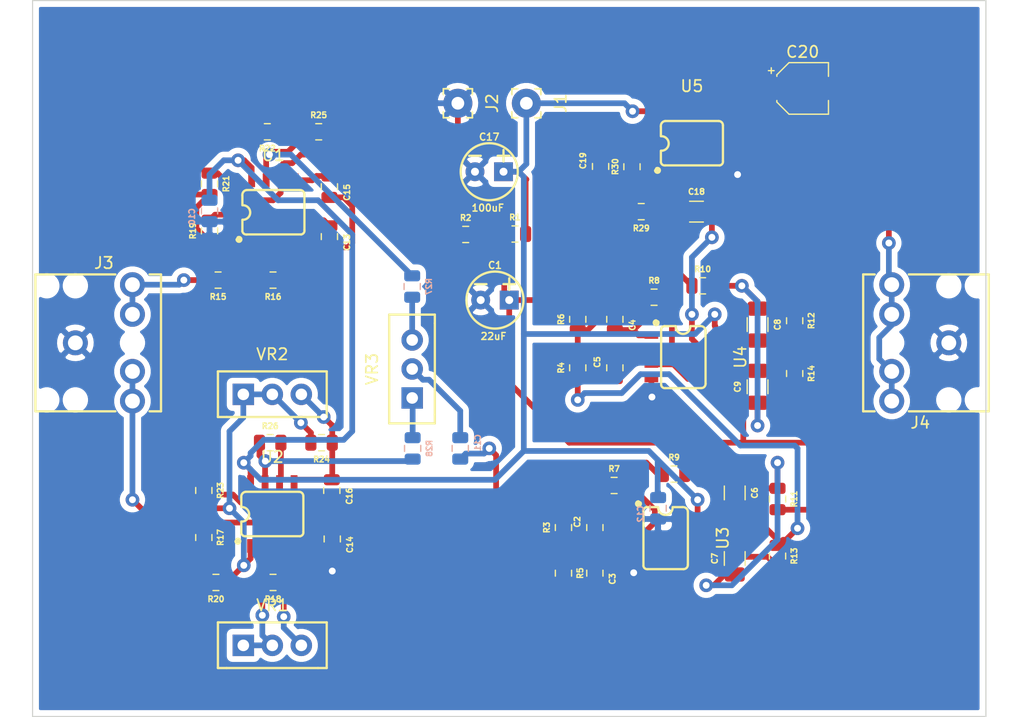
<source format=kicad_pcb>
(kicad_pcb (version 20171130) (host pcbnew "(5.1.5)-3")
  (layers (0 F.Cu signal) (31 B.Cu signal) (34 B.Paste user) (35 F.Paste user) (36 B.SilkS user) (37 F.SilkS user) (38 B.Mask user) (39 F.Mask user) (44 Edge.Cuts user))
  (net 0 "")
  (net 1 GND)
  (net 2 +6V)
  (net 3 "Net-(C2-Pad2)")
  (net 4 "Net-(C2-Pad1)")
  (net 5 "Net-(C3-Pad2)")
  (net 6 "Net-(C4-Pad2)")
  (net 7 "Net-(C4-Pad1)")
  (net 8 "Net-(C5-Pad2)")
  (net 9 "Net-(C6-Pad2)")
  (net 10 "Net-(C6-Pad1)")
  (net 11 "Net-(C7-Pad2)")
  (net 12 "Net-(C8-Pad1)")
  (net 13 "Net-(C9-Pad2)")
  (net 14 +12V)
  (net 15 "Net-(C11-Pad1)")
  (net 16 Phase_Out)
  (net 17 FilterOut)
  (net 18 "Net-(C13-Pad1)")
  (net 19 "Net-(C14-Pad1)")
  (net 20 "Net-(C15-Pad1)")
  (net 21 "Net-(C16-Pad1)")
  (net 22 Q_In)
  (net 23 I_In)
  (net 24 "Net-(R15-Pad2)")
  (net 25 "Net-(R17-Pad2)")
  (net 26 "Net-(R19-Pad2)")
  (net 27 "Net-(R20-Pad2)")
  (net 28 "Net-(R21-Pad2)")
  (net 29 "Net-(R23-Pad2)")
  (net 30 "Net-(R25-Pad2)")
  (net 31 "Net-(R26-Pad2)")
  (net 32 "Net-(R27-Pad2)")
  (net 33 "Net-(R28-Pad1)")
  (net 34 "Net-(C18-Pad1)")
  (net 35 "Net-(C19-Pad2)")
  (net 36 "Net-(C19-Pad1)")
  (net 37 "Net-(C20-Pad2)")
  (net 38 "Net-(C20-Pad1)")
  (module Capacitor_SMD:CP_Elec_4x5.4 (layer F.Cu) (at 163.7 95.2)
    (fp_text reference C20 (at 0 -3.2) (layer F.SilkS))
    (fp_text value 10uF)
    (pad 2 smd roundrect (at 1.8 0) (size 2.6 1.6) (layers F.Cu F.Paste F.Mask) (roundrect_rratio 0.15625) (net 37 "Net-(C20-Pad2)"))
    (pad 1 smd roundrect (at -1.8 0) (size 2.6 1.6) (layers F.Cu F.Paste F.Mask) (roundrect_rratio 0.15625) (net 38 "Net-(C20-Pad1)"))
  )
  (module "Xenir:Capacitor 0805" (layer F.Cu) (at 143.46 102.0375 90)
    (fp_text reference C19 (at 0.5 1 90) (layer F.SilkS) (effects (font (size 0.5 0.5) (thickness 0.125))))
    (fp_text value 1nF)
    (pad 2 smd roundrect (at 0.9375 2.54 90) (size 0.975 1.4) (layers F.Cu F.Paste F.Mask) (net 35 "Net-(C19-Pad2)"))
    (pad 1 smd roundrect (at -0.9375 2.54 90) (size 0.975 1.4) (layers F.Cu F.Paste F.Mask) (net 36 "Net-(C19-Pad1)"))
  )
  (module "Xenir:Capacitor 0805" (layer B.Cu) (at 148.5 132 270)
    (fp_text reference C12 (at 0.5 -1 90) (layer B.SilkS) (effects (font (size 0.5 0.5) (thickness 0.125)) (justify mirror)))
    (fp_text value .1uF)
    (pad 2 smd roundrect (at 0.9375 -2.54 270) (size 0.975 1.4) (layers B.Cu B.Paste B.Mask) (net 1 GND))
    (pad 1 smd roundrect (at -0.9375 -2.54 270) (size 0.975 1.4) (layers B.Cu B.Paste B.Mask) (net 14 +12V))
  )
  (module Xenir:Audio_Jack (layer F.Cu) (at 102 109)
    (fp_text reference J3 (at 0.5 1.5) (layer F.SilkS))
    (fp_text value Audio_Jack)
    (pad "" np_thru_hole circle (at -4.5 3.5) (size 1.2 1.2) (drill 1.2) (layers *.Cu *.Mask))
    (pad "" np_thru_hole circle (at -2 3.5) (size 1.2 1.2) (drill 1.2) (layers *.Cu *.Mask))
    (pad RING thru_hole circle (at 3 3.4) (size 2.1844 2.1844) (drill 1.3) (layers *.Cu *.Mask) (net 22 Q_In))
    (pad "" np_thru_hole circle (at 3 8.5) (size 1.2 1.2) (drill 1.2) (layers *.Cu *.Mask))
    (pad SLEEVE thru_hole circle (at -2 8.5) (size 2.1844 2.1844) (drill 1.3) (layers *.Cu *.Mask) (net 1 GND))
    (pad "" np_thru_hole circle (at -2 13.5) (size 1.2 1.2) (drill 1.2) (layers *.Cu *.Mask))
    (pad TIP thru_hole circle (at 3 13.6) (size 2.1844 2.1844) (drill 1.3) (layers *.Cu *.Mask) (net 23 I_In))
    (pad TSH thru_hole circle (at 3 11) (size 2.1844 2.1844) (drill 1.3) (layers *.Cu *.Mask) (net 23 I_In))
    (pad "" np_thru_hole circle (at -4.5 13.5) (size 1.2 1.2) (drill 1.2) (layers *.Cu *.Mask))
    (pad RSH thru_hole circle (at 3 6) (size 2.1844 2.1844) (drill 1.3) (layers *.Cu *.Mask) (net 22 Q_In))
  )
  (module "Xenir:Capacitor 1206" (layer F.Cu) (at 157.5 121.35 90)
    (fp_text reference C9 (at 0 0.5 90) (layer F.SilkS) (effects (font (size 0.5 0.5) (thickness 0.125))))
    (fp_text value 2.2nF)
    (pad 2 smd roundrect (at 1.4 2.25 90) (size 1.25 1.75) (layers F.Cu F.Paste F.Mask) (roundrect_rratio 0.2) (net 13 "Net-(C9-Pad2)"))
    (pad 1 smd roundrect (at -1.4 2.25 90) (size 1.25 1.75) (layers F.Cu F.Paste F.Mask) (roundrect_rratio 0.2) (net 12 "Net-(C8-Pad1)"))
  )
  (module Xenir:SO08 (layer F.Cu) (at 157.2 134.615 270)
    (fp_text reference U3 (at 0 0.5 90) (layer F.SilkS))
    (fp_text value LM358)
    (pad 3 smd rect (at 0.635 8.3 270) (size 0.6 1.2) (layers F.Cu F.Paste F.Mask) (net 2 +6V))
    (pad 5 smd rect (at 1.905 2.7 270) (size 0.6 1.2) (layers F.Cu F.Paste F.Mask) (net 2 +6V))
    (pad 7 smd rect (at -0.635 2.7 270) (size 0.6 1.2) (layers F.Cu F.Paste F.Mask) (net 9 "Net-(C6-Pad2)"))
    (pad 1 smd rect (at -1.905 8.3 270) (size 0.6 1.2) (layers F.Cu F.Paste F.Mask) (net 3 "Net-(C2-Pad2)"))
    (pad 6 smd rect (at 0.635 2.7 270) (size 0.6 1.2) (layers F.Cu F.Paste F.Mask) (net 11 "Net-(C7-Pad2)"))
    (pad 8 smd rect (at -1.905 2.7 270) (size 0.6 1.2) (layers F.Cu F.Paste F.Mask) (net 14 +12V))
    (pad 4 smd rect (at 1.905 8.3 270) (size 0.6 1.2) (layers F.Cu F.Paste F.Mask) (net 1 GND))
    (pad 2 smd rect (at -0.635 8.3 270) (size 0.6 1.2) (layers F.Cu F.Paste F.Mask) (net 5 "Net-(C3-Pad2)"))
  )
  (module "Xenir:Capacitor 1206" (layer F.Cu) (at 154.4 103.75)
    (fp_text reference C18 (at 0 0.5) (layer F.SilkS) (effects (font (size 0.5 0.5) (thickness 0.125))))
    (fp_text value 1uF)
    (pad 2 smd roundrect (at 1.4 2.25) (size 1.25 1.75) (layers F.Cu F.Paste F.Mask) (roundrect_rratio 0.2) (net 17 FilterOut))
    (pad 1 smd roundrect (at -1.4 2.25) (size 1.25 1.75) (layers F.Cu F.Paste F.Mask) (roundrect_rratio 0.2) (net 34 "Net-(C18-Pad1)"))
  )
  (module "Xenir:Capacitor 0805" (layer F.Cu) (at 144.71 119.6875 90)
    (fp_text reference C5 (at 0.5 1 90) (layer F.SilkS) (effects (font (size 0.5 0.5) (thickness 0.125))))
    (fp_text value 1nF)
    (pad 2 smd roundrect (at 0.9375 2.54 90) (size 0.975 1.4) (layers F.Cu F.Paste F.Mask) (net 8 "Net-(C5-Pad2)"))
    (pad 1 smd roundrect (at -0.9375 2.54 90) (size 0.975 1.4) (layers F.Cu F.Paste F.Mask) (net 7 "Net-(C4-Pad1)"))
  )
  (module "Xenir:Capacitor 0805" (layer F.Cu) (at 149.79 115.4375 270)
    (fp_text reference C4 (at 0.5 1 90) (layer F.SilkS) (effects (font (size 0.5 0.5) (thickness 0.125))))
    (fp_text value 1nF)
    (pad 2 smd roundrect (at 0.9375 2.54 270) (size 0.975 1.4) (layers F.Cu F.Paste F.Mask) (net 6 "Net-(C4-Pad2)"))
    (pad 1 smd roundrect (at -0.9375 2.54 270) (size 0.975 1.4) (layers F.Cu F.Paste F.Mask) (net 7 "Net-(C4-Pad1)"))
  )
  (module "Xenir:Capacitor 0805" (layer F.Cu) (at 148.04 137.6875 270)
    (fp_text reference C3 (at 0.5 1 90) (layer F.SilkS) (effects (font (size 0.5 0.5) (thickness 0.125))))
    (fp_text value 1nF)
    (pad 2 smd roundrect (at 0.9375 2.54 270) (size 0.975 1.4) (layers F.Cu F.Paste F.Mask) (net 5 "Net-(C3-Pad2)"))
    (pad 1 smd roundrect (at -0.9375 2.54 270) (size 0.975 1.4) (layers F.Cu F.Paste F.Mask) (net 4 "Net-(C2-Pad1)"))
  )
  (module "Xenir:Capacitor 0805" (layer F.Cu) (at 142.96 133.6875 90)
    (fp_text reference C2 (at 0.5 1 90) (layer F.SilkS) (effects (font (size 0.5 0.5) (thickness 0.125))))
    (fp_text value 1nF)
    (pad 2 smd roundrect (at 0.9375 2.54 90) (size 0.975 1.4) (layers F.Cu F.Paste F.Mask) (net 3 "Net-(C2-Pad2)"))
    (pad 1 smd roundrect (at -0.9375 2.54 90) (size 0.975 1.4) (layers F.Cu F.Paste F.Mask) (net 4 "Net-(C2-Pad1)"))
  )
  (module Xenir:SO08 (layer F.Cu) (at 154 94.5)
    (fp_text reference U5 (at 0 0.5) (layer F.SilkS))
    (fp_text value LM358)
    (pad 3 smd rect (at 0.635 8.3) (size 0.6 1.2) (layers F.Cu F.Paste F.Mask) (net 2 +6V))
    (pad 5 smd rect (at 1.905 2.7) (size 0.6 1.2) (layers F.Cu F.Paste F.Mask) (net 35 "Net-(C19-Pad2)"))
    (pad 7 smd rect (at -0.635 2.7) (size 0.6 1.2) (layers F.Cu F.Paste F.Mask) (net 38 "Net-(C20-Pad1)"))
    (pad 1 smd rect (at -1.905 8.3) (size 0.6 1.2) (layers F.Cu F.Paste F.Mask) (net 35 "Net-(C19-Pad2)"))
    (pad 6 smd rect (at 0.635 2.7) (size 0.6 1.2) (layers F.Cu F.Paste F.Mask) (net 38 "Net-(C20-Pad1)"))
    (pad 8 smd rect (at -1.905 2.7) (size 0.6 1.2) (layers F.Cu F.Paste F.Mask) (net 14 +12V))
    (pad 4 smd rect (at 1.905 8.3) (size 0.6 1.2) (layers F.Cu F.Paste F.Mask) (net 1 GND))
    (pad 2 smd rect (at -0.635 8.3) (size 0.6 1.2) (layers F.Cu F.Paste F.Mask) (net 36 "Net-(C19-Pad1)"))
  )
  (module "Xenir:Resistor 0805" (layer F.Cu) (at 151.29 102.0625 270)
    (fp_text reference R30 (at 0 4 90) (layer F.SilkS) (effects (font (size 0.5 0.5) (thickness 0.125))))
    (fp_text value 120k)
    (pad 2 smd roundrect (at 0.9375 2.54 270) (size 0.975 1.4) (layers F.Cu F.Paste F.Mask) (net 36 "Net-(C19-Pad1)"))
    (pad 1 smd roundrect (at -0.9375 2.54 270) (size 0.975 1.4) (layers F.Cu F.Paste F.Mask) (net 35 "Net-(C19-Pad2)"))
  )
  (module "Xenir:Resistor 0805" (layer F.Cu) (at 149.5625 103.46)
    (fp_text reference R29 (at 0 4) (layer F.SilkS) (effects (font (size 0.5 0.5) (thickness 0.125))))
    (fp_text value 1k)
    (pad 2 smd roundrect (at 0.9375 2.54) (size 0.975 1.4) (layers F.Cu F.Paste F.Mask) (net 34 "Net-(C18-Pad1)"))
    (pad 1 smd roundrect (at -0.9375 2.54) (size 0.975 1.4) (layers F.Cu F.Paste F.Mask) (net 36 "Net-(C19-Pad1)"))
  )
  (module Xenir:Audio_Jack (layer F.Cu) (at 174.5 126 180)
    (fp_text reference J4 (at 0.5 1.5) (layer F.SilkS))
    (fp_text value Audio_Jack)
    (pad "" np_thru_hole circle (at -4.5 3.5 180) (size 1.2 1.2) (drill 1.2) (layers *.Cu *.Mask))
    (pad "" np_thru_hole circle (at -2 3.5 180) (size 1.2 1.2) (drill 1.2) (layers *.Cu *.Mask))
    (pad RING thru_hole circle (at 3 3.4 180) (size 2.1844 2.1844) (drill 1.3) (layers *.Cu *.Mask) (net 37 "Net-(C20-Pad2)"))
    (pad "" np_thru_hole circle (at 3 8.5 180) (size 1.2 1.2) (drill 1.2) (layers *.Cu *.Mask))
    (pad SLEEVE thru_hole circle (at -2 8.5 180) (size 2.1844 2.1844) (drill 1.3) (layers *.Cu *.Mask) (net 1 GND))
    (pad "" np_thru_hole circle (at -2 13.5 180) (size 1.2 1.2) (drill 1.2) (layers *.Cu *.Mask))
    (pad TIP thru_hole circle (at 3 13.6 180) (size 2.1844 2.1844) (drill 1.3) (layers *.Cu *.Mask) (net 37 "Net-(C20-Pad2)"))
    (pad TSH thru_hole circle (at 3 11 180) (size 2.1844 2.1844) (drill 1.3) (layers *.Cu *.Mask) (net 37 "Net-(C20-Pad2)"))
    (pad "" np_thru_hole circle (at -4.5 13.5 180) (size 1.2 1.2) (drill 1.2) (layers *.Cu *.Mask))
    (pad RSH thru_hole circle (at 3 6 180) (size 2.1844 2.1844) (drill 1.3) (layers *.Cu *.Mask) (net 37 "Net-(C20-Pad2)"))
  )
  (module Xenir:Trimpot (layer F.Cu) (at 124.485 119.79 90)
    (fp_text reference VR3 (at 0 1.5 90) (layer F.SilkS))
    (fp_text value Trimpot)
    (pad 2 thru_hole circle (at 0 5.015 90) (size 1.8796 1.8796) (drill 1.016) (layers *.Cu *.Mask) (net 16 Phase_Out))
    (pad 1 thru_hole rect (at -2.54 5.015 90) (size 1.8796 1.8796) (drill 1.016) (layers *.Cu *.Mask) (net 33 "Net-(R28-Pad1)"))
    (pad 3 thru_hole circle (at 2.54 5.015 90) (size 1.8796 1.8796) (drill 1.016) (layers *.Cu *.Mask) (net 32 "Net-(R27-Pad2)"))
  )
  (module Xenir:Trimpot (layer F.Cu) (at 117.25 117)
    (fp_text reference VR2 (at 0 1.5) (layer F.SilkS))
    (fp_text value Trimpot)
    (pad 2 thru_hole circle (at 0 5.015) (size 1.8796 1.8796) (drill 1.016) (layers *.Cu *.Mask) (net 27 "Net-(R20-Pad2)"))
    (pad 1 thru_hole rect (at -2.54 5.015) (size 1.8796 1.8796) (drill 1.016) (layers *.Cu *.Mask) (net 27 "Net-(R20-Pad2)"))
    (pad 3 thru_hole circle (at 2.54 5.015) (size 1.8796 1.8796) (drill 1.016) (layers *.Cu *.Mask) (net 21 "Net-(C16-Pad1)"))
  )
  (module Xenir:Trimpot (layer F.Cu) (at 117.25 139)
    (fp_text reference VR1 (at 0 1.5) (layer F.SilkS))
    (fp_text value Trimpot)
    (pad 2 thru_hole circle (at 0 5.015) (size 1.8796 1.8796) (drill 1.016) (layers *.Cu *.Mask) (net 23 I_In))
    (pad 1 thru_hole rect (at -2.54 5.015) (size 1.8796 1.8796) (drill 1.016) (layers *.Cu *.Mask) (net 23 I_In))
    (pad 3 thru_hole circle (at 2.54 5.015) (size 1.8796 1.8796) (drill 1.016) (layers *.Cu *.Mask) (net 19 "Net-(C14-Pad1)"))
  )
  (module Xenir:SO08 (layer F.Cu) (at 117.25 127)
    (fp_text reference U2 (at 0 0.5) (layer F.SilkS))
    (fp_text value LM358)
    (pad 3 smd rect (at 0.635 8.3) (size 0.6 1.2) (layers F.Cu F.Paste F.Mask) (net 19 "Net-(C14-Pad1)"))
    (pad 5 smd rect (at 1.905 2.7) (size 0.6 1.2) (layers F.Cu F.Paste F.Mask) (net 21 "Net-(C16-Pad1)"))
    (pad 7 smd rect (at -0.635 2.7) (size 0.6 1.2) (layers F.Cu F.Paste F.Mask) (net 31 "Net-(R26-Pad2)"))
    (pad 1 smd rect (at -1.905 8.3) (size 0.6 1.2) (layers F.Cu F.Paste F.Mask) (net 27 "Net-(R20-Pad2)"))
    (pad 6 smd rect (at 0.635 2.7) (size 0.6 1.2) (layers F.Cu F.Paste F.Mask) (net 29 "Net-(R23-Pad2)"))
    (pad 8 smd rect (at -1.905 2.7) (size 0.6 1.2) (layers F.Cu F.Paste F.Mask) (net 14 +12V))
    (pad 4 smd rect (at 1.905 8.3) (size 0.6 1.2) (layers F.Cu F.Paste F.Mask) (net 1 GND))
    (pad 2 smd rect (at -0.635 8.3) (size 0.6 1.2) (layers F.Cu F.Paste F.Mask) (net 25 "Net-(R17-Pad2)"))
  )
  (module Xenir:SO08 (layer F.Cu) (at 117.345 100.55)
    (fp_text reference U1 (at 0 0.5) (layer F.SilkS))
    (fp_text value LM358)
    (pad 3 smd rect (at 0.635 8.3) (size 0.6 1.2) (layers F.Cu F.Paste F.Mask) (net 18 "Net-(C13-Pad1)"))
    (pad 5 smd rect (at 1.905 2.7) (size 0.6 1.2) (layers F.Cu F.Paste F.Mask) (net 20 "Net-(C15-Pad1)"))
    (pad 7 smd rect (at -0.635 2.7) (size 0.6 1.2) (layers F.Cu F.Paste F.Mask) (net 30 "Net-(R25-Pad2)"))
    (pad 1 smd rect (at -1.905 8.3) (size 0.6 1.2) (layers F.Cu F.Paste F.Mask) (net 26 "Net-(R19-Pad2)"))
    (pad 6 smd rect (at 0.635 2.7) (size 0.6 1.2) (layers F.Cu F.Paste F.Mask) (net 28 "Net-(R21-Pad2)"))
    (pad 8 smd rect (at -1.905 2.7) (size 0.6 1.2) (layers F.Cu F.Paste F.Mask) (net 14 +12V))
    (pad 4 smd rect (at 1.905 8.3) (size 0.6 1.2) (layers F.Cu F.Paste F.Mask) (net 1 GND))
    (pad 2 smd rect (at -0.635 8.3) (size 0.6 1.2) (layers F.Cu F.Paste F.Mask) (net 24 "Net-(R15-Pad2)"))
  )
  (module "Xenir:Resistor 0805" (layer B.Cu) (at 127 126.75 270)
    (fp_text reference R28 (at 0 -4 270) (layer B.SilkS) (effects (font (size 0.5 0.5) (thickness 0.125)) (justify mirror)))
    (fp_text value 1k)
    (pad 2 smd roundrect (at 0.9375 -2.54 270) (size 0.975 1.4) (layers B.Cu B.Paste B.Mask) (net 31 "Net-(R26-Pad2)"))
    (pad 1 smd roundrect (at -0.9375 -2.54 270) (size 0.975 1.4) (layers B.Cu B.Paste B.Mask) (net 33 "Net-(R28-Pad1)"))
  )
  (module "Xenir:Resistor 0805" (layer B.Cu) (at 126.96 112.5625 270)
    (fp_text reference R27 (at 0 -4 270) (layer B.SilkS) (effects (font (size 0.5 0.5) (thickness 0.125)) (justify mirror)))
    (fp_text value 1k)
    (pad 2 smd roundrect (at 0.9375 -2.54 270) (size 0.975 1.4) (layers B.Cu B.Paste B.Mask) (net 32 "Net-(R27-Pad2)"))
    (pad 1 smd roundrect (at -0.9375 -2.54 270) (size 0.975 1.4) (layers B.Cu B.Paste B.Mask) (net 30 "Net-(R25-Pad2)"))
  )
  (module "Xenir:Resistor 0805" (layer F.Cu) (at 117.0625 128.79 180)
    (fp_text reference R26 (at 0 4) (layer F.SilkS) (effects (font (size 0.5 0.5) (thickness 0.125))))
    (fp_text value 10k)
    (pad 2 smd roundrect (at 0.9375 2.54 180) (size 0.975 1.4) (layers F.Cu F.Paste F.Mask) (net 31 "Net-(R26-Pad2)"))
    (pad 1 smd roundrect (at -0.9375 2.54 180) (size 0.975 1.4) (layers F.Cu F.Paste F.Mask) (net 29 "Net-(R23-Pad2)"))
  )
  (module "Xenir:Resistor 0805" (layer F.Cu) (at 121.3125 101.54 180)
    (fp_text reference R25 (at 0 4) (layer F.SilkS) (effects (font (size 0.5 0.5) (thickness 0.125))))
    (fp_text value 10k)
    (pad 2 smd roundrect (at 0.9375 2.54 180) (size 0.975 1.4) (layers F.Cu F.Paste F.Mask) (net 30 "Net-(R25-Pad2)"))
    (pad 1 smd roundrect (at -0.9375 2.54 180) (size 0.975 1.4) (layers F.Cu F.Paste F.Mask) (net 28 "Net-(R21-Pad2)"))
  )
  (module "Xenir:Resistor 0805" (layer F.Cu) (at 121.5625 123.71)
    (fp_text reference R24 (at 0 4) (layer F.SilkS) (effects (font (size 0.5 0.5) (thickness 0.125))))
    (fp_text value 120k)
    (pad 2 smd roundrect (at 0.9375 2.54) (size 0.975 1.4) (layers F.Cu F.Paste F.Mask) (net 21 "Net-(C16-Pad1)"))
    (pad 1 smd roundrect (at -0.9375 2.54) (size 0.975 1.4) (layers F.Cu F.Paste F.Mask) (net 27 "Net-(R20-Pad2)"))
  )
  (module "Xenir:Resistor 0805" (layer F.Cu) (at 108.71 130.4375 90)
    (fp_text reference R23 (at 0 4 90) (layer F.SilkS) (effects (font (size 0.5 0.5) (thickness 0.125))))
    (fp_text value 10k)
    (pad 2 smd roundrect (at 0.9375 2.54 90) (size 0.975 1.4) (layers F.Cu F.Paste F.Mask) (net 29 "Net-(R23-Pad2)"))
    (pad 1 smd roundrect (at -0.9375 2.54 90) (size 0.975 1.4) (layers F.Cu F.Paste F.Mask) (net 27 "Net-(R20-Pad2)"))
  )
  (module "Xenir:Resistor 0805" (layer F.Cu) (at 116.8125 96.46)
    (fp_text reference R22 (at 0 4) (layer F.SilkS) (effects (font (size 0.5 0.5) (thickness 0.125))))
    (fp_text value 28k)
    (pad 2 smd roundrect (at 0.9375 2.54) (size 0.975 1.4) (layers F.Cu F.Paste F.Mask) (net 20 "Net-(C15-Pad1)"))
    (pad 1 smd roundrect (at -0.9375 2.54) (size 0.975 1.4) (layers F.Cu F.Paste F.Mask) (net 26 "Net-(R19-Pad2)"))
  )
  (module "Xenir:Resistor 0805" (layer F.Cu) (at 109.21 103.5625 90)
    (fp_text reference R21 (at 0 4 90) (layer F.SilkS) (effects (font (size 0.5 0.5) (thickness 0.125))))
    (fp_text value 10k)
    (pad 2 smd roundrect (at 0.9375 2.54 90) (size 0.975 1.4) (layers F.Cu F.Paste F.Mask) (net 28 "Net-(R21-Pad2)"))
    (pad 1 smd roundrect (at -0.9375 2.54 90) (size 0.975 1.4) (layers F.Cu F.Paste F.Mask) (net 26 "Net-(R19-Pad2)"))
  )
  (module "Xenir:Resistor 0805" (layer F.Cu) (at 112.3125 135.96)
    (fp_text reference R20 (at 0 4) (layer F.SilkS) (effects (font (size 0.5 0.5) (thickness 0.125))))
    (fp_text value 10k)
    (pad 2 smd roundrect (at 0.9375 2.54) (size 0.975 1.4) (layers F.Cu F.Paste F.Mask) (net 27 "Net-(R20-Pad2)"))
    (pad 1 smd roundrect (at -0.9375 2.54) (size 0.975 1.4) (layers F.Cu F.Paste F.Mask) (net 25 "Net-(R17-Pad2)"))
  )
  (module "Xenir:Resistor 0805" (layer F.Cu) (at 114.29 107.6875 270)
    (fp_text reference R19 (at 0 4 90) (layer F.SilkS) (effects (font (size 0.5 0.5) (thickness 0.125))))
    (fp_text value 10k)
    (pad 2 smd roundrect (at 0.9375 2.54 270) (size 0.975 1.4) (layers F.Cu F.Paste F.Mask) (net 26 "Net-(R19-Pad2)"))
    (pad 1 smd roundrect (at -0.9375 2.54 270) (size 0.975 1.4) (layers F.Cu F.Paste F.Mask) (net 24 "Net-(R15-Pad2)"))
  )
  (module "Xenir:Resistor 0805" (layer F.Cu) (at 117.3125 135.96)
    (fp_text reference R18 (at 0 4) (layer F.SilkS) (effects (font (size 0.5 0.5) (thickness 0.125))))
    (fp_text value 12k)
    (pad 2 smd roundrect (at 0.9375 2.54) (size 0.975 1.4) (layers F.Cu F.Paste F.Mask) (net 19 "Net-(C14-Pad1)"))
    (pad 1 smd roundrect (at -0.9375 2.54) (size 0.975 1.4) (layers F.Cu F.Paste F.Mask) (net 23 I_In))
  )
  (module "Xenir:Resistor 0805" (layer F.Cu) (at 108.71 134.5625 90)
    (fp_text reference R17 (at 0 4 90) (layer F.SilkS) (effects (font (size 0.5 0.5) (thickness 0.125))))
    (fp_text value 10k)
    (pad 2 smd roundrect (at 0.9375 2.54 90) (size 0.975 1.4) (layers F.Cu F.Paste F.Mask) (net 25 "Net-(R17-Pad2)"))
    (pad 1 smd roundrect (at -0.9375 2.54 90) (size 0.975 1.4) (layers F.Cu F.Paste F.Mask) (net 23 I_In))
  )
  (module "Xenir:Resistor 0805" (layer F.Cu) (at 117.3125 109.46)
    (fp_text reference R16 (at 0 4) (layer F.SilkS) (effects (font (size 0.5 0.5) (thickness 0.125))))
    (fp_text value 2.32k)
    (pad 2 smd roundrect (at 0.9375 2.54) (size 0.975 1.4) (layers F.Cu F.Paste F.Mask) (net 18 "Net-(C13-Pad1)"))
    (pad 1 smd roundrect (at -0.9375 2.54) (size 0.975 1.4) (layers F.Cu F.Paste F.Mask) (net 22 Q_In))
  )
  (module "Xenir:Resistor 0805" (layer F.Cu) (at 112.5 109.46)
    (fp_text reference R15 (at 0 4) (layer F.SilkS) (effects (font (size 0.5 0.5) (thickness 0.125))))
    (fp_text value 10k)
    (pad 2 smd roundrect (at 0.9375 2.54) (size 0.975 1.4) (layers F.Cu F.Paste F.Mask) (net 24 "Net-(R15-Pad2)"))
    (pad 1 smd roundrect (at -0.9375 2.54) (size 0.975 1.4) (layers F.Cu F.Paste F.Mask) (net 22 Q_In))
  )
  (module Capacitors:CPOL-RADIAL-2.5MM-5MM (layer F.Cu) (at 136.24968 102.5)
    (fp_text reference C17 (at 0 -3.048) (layer F.SilkS) (effects (font (size 0.6096 0.6096) (thickness 0.127))))
    (fp_text value 100uF (at -0.127 3.175) (layer F.SilkS) (effects (font (size 0.6096 0.6096) (thickness 0.127))))
    (pad 2 thru_hole circle (at -1.24968 0) (size 1.651 1.651) (drill 0.6985) (layers *.Cu *.Mask) (net 1 GND))
    (pad 1 thru_hole rect (at 1.24968 0) (size 1.651 1.651) (drill 0.6985) (layers *.Cu *.Mask) (net 14 +12V))
  )
  (module "Xenir:Capacitor 0805" (layer F.Cu) (at 125 130.4375 270)
    (fp_text reference C16 (at 0.5 1 90) (layer F.SilkS) (effects (font (size 0.5 0.5) (thickness 0.125))))
    (fp_text value 0.01uF)
    (pad 2 smd roundrect (at 0.9375 2.54 270) (size 0.975 1.4) (layers F.Cu F.Paste F.Mask) (net 1 GND))
    (pad 1 smd roundrect (at -0.9375 2.54 270) (size 0.975 1.4) (layers F.Cu F.Paste F.Mask) (net 21 "Net-(C16-Pad1)"))
  )
  (module "Xenir:Capacitor 0805" (layer F.Cu) (at 124.79 103.8125 270)
    (fp_text reference C15 (at 0.5 1 90) (layer F.SilkS) (effects (font (size 0.5 0.5) (thickness 0.125))))
    (fp_text value 0.01uF)
    (pad 2 smd roundrect (at 0.9375 2.54 270) (size 0.975 1.4) (layers F.Cu F.Paste F.Mask) (net 1 GND))
    (pad 1 smd roundrect (at -0.9375 2.54 270) (size 0.975 1.4) (layers F.Cu F.Paste F.Mask) (net 20 "Net-(C15-Pad1)"))
  )
  (module "Xenir:Capacitor 0805" (layer F.Cu) (at 125.04 134.6875 270)
    (fp_text reference C14 (at 0.5 1 90) (layer F.SilkS) (effects (font (size 0.5 0.5) (thickness 0.125))))
    (fp_text value 0.01uF)
    (pad 2 smd roundrect (at 0.9375 2.54 270) (size 0.975 1.4) (layers F.Cu F.Paste F.Mask) (net 1 GND))
    (pad 1 smd roundrect (at -0.9375 2.54 270) (size 0.975 1.4) (layers F.Cu F.Paste F.Mask) (net 19 "Net-(C14-Pad1)"))
  )
  (module "Xenir:Capacitor 0805" (layer F.Cu) (at 124.79 108.1875 270)
    (fp_text reference C13 (at 0.5 1 90) (layer F.SilkS) (effects (font (size 0.5 0.5) (thickness 0.125))))
    (fp_text value 0.01uF)
    (pad 2 smd roundrect (at 0.9375 2.54 270) (size 0.975 1.4) (layers F.Cu F.Paste F.Mask) (net 1 GND))
    (pad 1 smd roundrect (at -0.9375 2.54 270) (size 0.975 1.4) (layers F.Cu F.Paste F.Mask) (net 18 "Net-(C13-Pad1)"))
  )
  (module Xenir:SO08 (layer F.Cu) (at 158.75 118.75 270)
    (fp_text reference U4 (at 0 0.5 90) (layer F.SilkS))
    (fp_text value LM358)
    (pad 3 smd rect (at 0.635 8.3 270) (size 0.6 1.2) (layers F.Cu F.Paste F.Mask) (net 2 +6V))
    (pad 5 smd rect (at 1.905 2.7 270) (size 0.6 1.2) (layers F.Cu F.Paste F.Mask) (net 2 +6V))
    (pad 7 smd rect (at -0.635 2.7 270) (size 0.6 1.2) (layers F.Cu F.Paste F.Mask) (net 17 FilterOut))
    (pad 1 smd rect (at -1.905 8.3 270) (size 0.6 1.2) (layers F.Cu F.Paste F.Mask) (net 6 "Net-(C4-Pad2)"))
    (pad 6 smd rect (at 0.635 2.7 270) (size 0.6 1.2) (layers F.Cu F.Paste F.Mask) (net 13 "Net-(C9-Pad2)"))
    (pad 8 smd rect (at -1.905 2.7 270) (size 0.6 1.2) (layers F.Cu F.Paste F.Mask) (net 14 +12V))
    (pad 4 smd rect (at 1.905 8.3 270) (size 0.6 1.2) (layers F.Cu F.Paste F.Mask) (net 1 GND))
    (pad 2 smd rect (at -0.635 8.3 270) (size 0.6 1.2) (layers F.Cu F.Paste F.Mask) (net 8 "Net-(C5-Pad2)"))
  )
  (module "Xenir:Resistor 0805" (layer F.Cu) (at 160.46 120.1875 90)
    (fp_text reference R14 (at 0 4 90) (layer F.SilkS) (effects (font (size 0.5 0.5) (thickness 0.125))))
    (fp_text value 1M)
    (pad 2 smd roundrect (at 0.9375 2.54 90) (size 0.975 1.4) (layers F.Cu F.Paste F.Mask) (net 17 FilterOut))
    (pad 1 smd roundrect (at -0.9375 2.54 90) (size 0.975 1.4) (layers F.Cu F.Paste F.Mask) (net 13 "Net-(C9-Pad2)"))
  )
  (module "Xenir:Resistor 0805" (layer F.Cu) (at 158.96 136.1875 90)
    (fp_text reference R13 (at 0 4 90) (layer F.SilkS) (effects (font (size 0.5 0.5) (thickness 0.125))))
    (fp_text value 330k)
    (pad 2 smd roundrect (at 0.9375 2.54 90) (size 0.975 1.4) (layers F.Cu F.Paste F.Mask) (net 9 "Net-(C6-Pad2)"))
    (pad 1 smd roundrect (at -0.9375 2.54 90) (size 0.975 1.4) (layers F.Cu F.Paste F.Mask) (net 11 "Net-(C7-Pad2)"))
  )
  (module "Xenir:Resistor 0805" (layer F.Cu) (at 160.46 115.5625 90)
    (fp_text reference R12 (at 0 4 90) (layer F.SilkS) (effects (font (size 0.5 0.5) (thickness 0.125))))
    (fp_text value 10k)
    (pad 2 smd roundrect (at 0.9375 2.54 90) (size 0.975 1.4) (layers F.Cu F.Paste F.Mask) (net 12 "Net-(C8-Pad1)"))
    (pad 1 smd roundrect (at -0.9375 2.54 90) (size 0.975 1.4) (layers F.Cu F.Paste F.Mask) (net 2 +6V))
  )
  (module "Xenir:Resistor 0805" (layer F.Cu) (at 158.96 131.1875 90)
    (fp_text reference R11 (at 0 4 90) (layer F.SilkS) (effects (font (size 0.5 0.5) (thickness 0.125))))
    (fp_text value 47k)
    (pad 2 smd roundrect (at 0.9375 2.54 90) (size 0.975 1.4) (layers F.Cu F.Paste F.Mask) (net 10 "Net-(C6-Pad1)"))
    (pad 1 smd roundrect (at -0.9375 2.54 90) (size 0.975 1.4) (layers F.Cu F.Paste F.Mask) (net 2 +6V))
  )
  (module "Xenir:Resistor 0805" (layer F.Cu) (at 154.9375 115.04 180)
    (fp_text reference R10 (at 0 4) (layer F.SilkS) (effects (font (size 0.5 0.5) (thickness 0.125))))
    (fp_text value 47k)
    (pad 2 smd roundrect (at 0.9375 2.54 180) (size 0.975 1.4) (layers F.Cu F.Paste F.Mask) (net 6 "Net-(C4-Pad2)"))
    (pad 1 smd roundrect (at -0.9375 2.54 180) (size 0.975 1.4) (layers F.Cu F.Paste F.Mask) (net 12 "Net-(C8-Pad1)"))
  )
  (module "Xenir:Resistor 0805" (layer F.Cu) (at 152.4375 131.54 180)
    (fp_text reference R9 (at 0 4) (layer F.SilkS) (effects (font (size 0.5 0.5) (thickness 0.125))))
    (fp_text value 100k)
    (pad 2 smd roundrect (at 0.9375 2.54 180) (size 0.975 1.4) (layers F.Cu F.Paste F.Mask) (net 3 "Net-(C2-Pad2)"))
    (pad 1 smd roundrect (at -0.9375 2.54 180) (size 0.975 1.4) (layers F.Cu F.Paste F.Mask) (net 10 "Net-(C6-Pad1)"))
  )
  (module "Xenir:Resistor 0805" (layer F.Cu) (at 150.6875 116.04 180)
    (fp_text reference R8 (at 0 4) (layer F.SilkS) (effects (font (size 0.5 0.5) (thickness 0.125))))
    (fp_text value 470k)
    (pad 2 smd roundrect (at 0.9375 2.54 180) (size 0.975 1.4) (layers F.Cu F.Paste F.Mask) (net 6 "Net-(C4-Pad2)"))
    (pad 1 smd roundrect (at -0.9375 2.54 180) (size 0.975 1.4) (layers F.Cu F.Paste F.Mask) (net 8 "Net-(C5-Pad2)"))
  )
  (module "Xenir:Resistor 0805" (layer F.Cu) (at 147.1875 132.54 180)
    (fp_text reference R7 (at 0 4) (layer F.SilkS) (effects (font (size 0.5 0.5) (thickness 0.125))))
    (fp_text value 220k)
    (pad 2 smd roundrect (at 0.9375 2.54 180) (size 0.975 1.4) (layers F.Cu F.Paste F.Mask) (net 3 "Net-(C2-Pad2)"))
    (pad 1 smd roundrect (at -0.9375 2.54 180) (size 0.975 1.4) (layers F.Cu F.Paste F.Mask) (net 5 "Net-(C3-Pad2)"))
  )
  (module "Xenir:Resistor 0805" (layer F.Cu) (at 146.54 115.4375 270)
    (fp_text reference R6 (at 0 4 90) (layer F.SilkS) (effects (font (size 0.5 0.5) (thickness 0.125))))
    (fp_text value 4.7k)
    (pad 2 smd roundrect (at 0.9375 2.54 270) (size 0.975 1.4) (layers F.Cu F.Paste F.Mask) (net 7 "Net-(C4-Pad1)"))
    (pad 1 smd roundrect (at -0.9375 2.54 270) (size 0.975 1.4) (layers F.Cu F.Paste F.Mask) (net 2 +6V))
  )
  (module "Xenir:Resistor 0805" (layer F.Cu) (at 140.21 137.6875 90)
    (fp_text reference R5 (at 0 4 90) (layer F.SilkS) (effects (font (size 0.5 0.5) (thickness 0.125))))
    (fp_text value 33k)
    (pad 2 smd roundrect (at 0.9375 2.54 90) (size 0.975 1.4) (layers F.Cu F.Paste F.Mask) (net 4 "Net-(C2-Pad1)"))
    (pad 1 smd roundrect (at -0.9375 2.54 90) (size 0.975 1.4) (layers F.Cu F.Paste F.Mask) (net 2 +6V))
  )
  (module "Xenir:Resistor 0805" (layer F.Cu) (at 146.54 119.6875 270)
    (fp_text reference R4 (at 0 4 90) (layer F.SilkS) (effects (font (size 0.5 0.5) (thickness 0.125))))
    (fp_text value 22k)
    (pad 2 smd roundrect (at 0.9375 2.54 270) (size 0.975 1.4) (layers F.Cu F.Paste F.Mask) (net 9 "Net-(C6-Pad2)"))
    (pad 1 smd roundrect (at -0.9375 2.54 270) (size 0.975 1.4) (layers F.Cu F.Paste F.Mask) (net 7 "Net-(C4-Pad1)"))
  )
  (module "Xenir:Resistor 0805" (layer F.Cu) (at 145.29 133.6875 270)
    (fp_text reference R3 (at 0 4 90) (layer F.SilkS) (effects (font (size 0.5 0.5) (thickness 0.125))))
    (fp_text value 68k)
    (pad 2 smd roundrect (at 0.9375 2.54 270) (size 0.975 1.4) (layers F.Cu F.Paste F.Mask) (net 15 "Net-(C11-Pad1)"))
    (pad 1 smd roundrect (at -0.9375 2.54 270) (size 0.975 1.4) (layers F.Cu F.Paste F.Mask) (net 4 "Net-(C2-Pad1)"))
  )
  (module "Xenir:Resistor 0805" (layer F.Cu) (at 134.1875 110.54 180)
    (fp_text reference R2 (at 0 4) (layer F.SilkS) (effects (font (size 0.5 0.5) (thickness 0.125))))
    (fp_text value 10k)
    (pad 2 smd roundrect (at 0.9375 2.54 180) (size 0.975 1.4) (layers F.Cu F.Paste F.Mask) (net 1 GND))
    (pad 1 smd roundrect (at -0.9375 2.54 180) (size 0.975 1.4) (layers F.Cu F.Paste F.Mask) (net 2 +6V))
  )
  (module "Xenir:Resistor 0805" (layer F.Cu) (at 138.5 110.5 180)
    (fp_text reference R1 (at 0 4) (layer F.SilkS) (effects (font (size 0.5 0.5) (thickness 0.125))))
    (fp_text value 10k)
    (pad 2 smd roundrect (at 0.9375 2.54 180) (size 0.975 1.4) (layers F.Cu F.Paste F.Mask) (net 2 +6V))
    (pad 1 smd roundrect (at -0.9375 2.54 180) (size 0.975 1.4) (layers F.Cu F.Paste F.Mask) (net 14 +12V))
  )
  (module Xenir:Pad (layer F.Cu) (at 137 96.5 270)
    (fp_text reference J2 (at 0 0.5 90) (layer F.SilkS))
    (fp_text value Pad)
    (pad 1 thru_hole circle (at 0 3.5 270) (size 2.54 2.54) (drill 1.1176) (layers *.Cu *.Mask) (net 1 GND))
  )
  (module Xenir:Pad (layer F.Cu) (at 143 96.5 270)
    (fp_text reference J1 (at 0 0.5 90) (layer F.SilkS))
    (fp_text value Pad)
    (pad 1 thru_hole circle (at 0 3.5 270) (size 2.54 2.54) (drill 1.1176) (layers *.Cu *.Mask) (net 14 +12V))
  )
  (module "Xenir:Capacitor 0805" (layer B.Cu) (at 136.25 126.75 90)
    (fp_text reference C11 (at 0.5 -1 90) (layer B.SilkS) (effects (font (size 0.5 0.5) (thickness 0.125)) (justify mirror)))
    (fp_text value .1uF)
    (pad 2 smd roundrect (at 0.9375 -2.54 90) (size 0.975 1.4) (layers B.Cu B.Paste B.Mask) (net 16 Phase_Out))
    (pad 1 smd roundrect (at -0.9375 -2.54 90) (size 0.975 1.4) (layers B.Cu B.Paste B.Mask) (net 15 "Net-(C11-Pad1)"))
  )
  (module "Xenir:Capacitor 0805" (layer B.Cu) (at 109.21 105.9375 270)
    (fp_text reference C10 (at 0.5 -1 270) (layer B.SilkS) (effects (font (size 0.5 0.5) (thickness 0.125)) (justify mirror)))
    (fp_text value .1uF)
    (pad 2 smd roundrect (at 0.9375 -2.54 270) (size 0.975 1.4) (layers B.Cu B.Paste B.Mask) (net 1 GND))
    (pad 1 smd roundrect (at -0.9375 -2.54 270) (size 0.975 1.4) (layers B.Cu B.Paste B.Mask) (net 14 +12V))
  )
  (module "Xenir:Capacitor 1206" (layer F.Cu) (at 162 115.9 270)
    (fp_text reference C8 (at 0 0.5 90) (layer F.SilkS) (effects (font (size 0.5 0.5) (thickness 0.125))))
    (fp_text value 2.2nF)
    (pad 2 smd roundrect (at 1.4 2.25 270) (size 1.25 1.75) (layers F.Cu F.Paste F.Mask) (roundrect_rratio 0.2) (net 17 FilterOut))
    (pad 1 smd roundrect (at -1.4 2.25 270) (size 1.25 1.75) (layers F.Cu F.Paste F.Mask) (roundrect_rratio 0.2) (net 12 "Net-(C8-Pad1)"))
  )
  (module "Xenir:Capacitor 1206" (layer F.Cu) (at 155.5 136.4 90)
    (fp_text reference C7 (at 0 0.5 90) (layer F.SilkS) (effects (font (size 0.5 0.5) (thickness 0.125))))
    (fp_text value 1.5nF)
    (pad 2 smd roundrect (at 1.4 2.25 90) (size 1.25 1.75) (layers F.Cu F.Paste F.Mask) (roundrect_rratio 0.2) (net 11 "Net-(C7-Pad2)"))
    (pad 1 smd roundrect (at -1.4 2.25 90) (size 1.25 1.75) (layers F.Cu F.Paste F.Mask) (roundrect_rratio 0.2) (net 10 "Net-(C6-Pad1)"))
  )
  (module "Xenir:Capacitor 1206" (layer F.Cu) (at 160 130.65 270)
    (fp_text reference C6 (at 0 0.5 90) (layer F.SilkS) (effects (font (size 0.5 0.5) (thickness 0.125))))
    (fp_text value 1.5nF)
    (pad 2 smd roundrect (at 1.4 2.25 270) (size 1.25 1.75) (layers F.Cu F.Paste F.Mask) (roundrect_rratio 0.2) (net 9 "Net-(C6-Pad2)"))
    (pad 1 smd roundrect (at -1.4 2.25 270) (size 1.25 1.75) (layers F.Cu F.Paste F.Mask) (roundrect_rratio 0.2) (net 10 "Net-(C6-Pad1)"))
  )
  (module Capacitors:CPOL-RADIAL-2.5MM-5MM (layer F.Cu) (at 136.75 113.75)
    (fp_text reference C1 (at 0 -3.048) (layer F.SilkS) (effects (font (size 0.6096 0.6096) (thickness 0.127))))
    (fp_text value 22uF (at -0.127 3.175) (layer F.SilkS) (effects (font (size 0.6096 0.6096) (thickness 0.127))))
    (pad 2 thru_hole circle (at -1.24968 0) (size 1.651 1.651) (drill 0.6985) (layers *.Cu *.Mask) (net 1 GND))
    (pad 1 thru_hole rect (at 1.24968 0) (size 1.651 1.651) (drill 0.6985) (layers *.Cu *.Mask) (net 2 +6V))
  )
  (gr_line (start 179.75 87.5) (end 179.75 150.25) (layer Edge.Cuts) (width 0.1))
  (gr_line (start 96.25 87.5) (end 179.75 87.5) (layer Edge.Cuts) (width 0.1))
  (gr_line (start 96.25 150.25) (end 96.25 87.5) (layer Edge.Cuts) (width 0.1))
  (gr_line (start 179.75 150.25) (end 96.25 150.25) (layer Edge.Cuts) (width 0.1))
  (segment (start 122.175 135.3) (end 122.5 135.625) (width 0.5) (layer F.Cu) (net 1))
  (segment (start 119.155 135.3) (end 122.175 135.3) (width 0.5) (layer F.Cu) (net 1))
  (segment (start 123.65001 132.56501) (end 122.945527 131.860527) (width 0.5) (layer F.Cu) (net 1))
  (segment (start 123.65001 135.17499) (end 123.65001 132.56501) (width 0.5) (layer F.Cu) (net 1))
  (segment (start 122.945527 131.860527) (end 122.46 131.375) (width 0.5) (layer F.Cu) (net 1))
  (segment (start 123.2 135.625) (end 123.65001 135.17499) (width 0.5) (layer F.Cu) (net 1))
  (segment (start 122.5 135.625) (end 123.2 135.625) (width 0.5) (layer F.Cu) (net 1))
  (segment (start 121.975 108.85) (end 122.25 109.125) (width 0.5) (layer F.Cu) (net 1))
  (segment (start 119.25 108.85) (end 121.975 108.85) (width 0.5) (layer F.Cu) (net 1))
  (segment (start 148.9 136.52) (end 148.9 137.65) (width 0.5) (layer F.Cu) (net 1))
  (segment (start 148.9 137.65) (end 148.9 137.65) (width 0.5) (layer F.Cu) (net 1))
  (via (at 148.9 137.65) (size 1.2) (drill 0.6) (layers F.Cu B.Cu) (net 1))
  (segment (start 150.45 121.455) (end 150.5 121.505) (width 0.5) (layer F.Cu) (net 1))
  (segment (start 150.45 120.655) (end 150.45 121.455) (width 0.5) (layer F.Cu) (net 1))
  (segment (start 150.5 121.505) (end 150.5 122.25) (width 0.5) (layer F.Cu) (net 1))
  (segment (start 150.5 122.25) (end 150.5 122.25) (width 0.5) (layer F.Cu) (net 1))
  (via (at 150.5 122.25) (size 1.2) (drill 0.6) (layers F.Cu B.Cu) (net 1))
  (segment (start 122.5 135.625) (end 122.5 136.1125) (width 0.5) (layer F.Cu) (net 1))
  (segment (start 122.5 136.1125) (end 122.5 137.5) (width 0.5) (layer F.Cu) (net 1))
  (segment (start 122.5 137.5) (end 122.5 137.5) (width 0.5) (layer F.Cu) (net 1))
  (via (at 122.5 137.5) (size 1.2) (drill 0.6) (layers F.Cu B.Cu) (net 1))
  (segment (start 131.703949 96.5) (end 133.5 96.5) (width 0.5) (layer B.Cu) (net 1))
  (segment (start 130.203949 95) (end 131.703949 96.5) (width 0.5) (layer B.Cu) (net 1))
  (segment (start 110.25 95) (end 130.203949 95) (width 0.5) (layer B.Cu) (net 1))
  (segment (start 121 139) (end 122.5 137.5) (width 0.5) (layer B.Cu) (net 1))
  (segment (start 147.55 139) (end 148.9 137.65) (width 0.5) (layer B.Cu) (net 1))
  (segment (start 148.9 137.65) (end 149.748528 137.65) (width 0.5) (layer B.Cu) (net 1))
  (segment (start 153.148528 134.25) (end 157.25 134.25) (width 0.5) (layer B.Cu) (net 1))
  (segment (start 157.25 134.25) (end 158.25 133.25) (width 0.5) (layer B.Cu) (net 1))
  (segment (start 158.25 130) (end 150.5 122.25) (width 0.5) (layer B.Cu) (net 1))
  (segment (start 158.25 133.25) (end 158.25 130) (width 0.5) (layer B.Cu) (net 1))
  (segment (start 147.55 139) (end 150.5 139) (width 0.5) (layer B.Cu) (net 1))
  (segment (start 123.875 109.125) (end 122.25 109.125) (width 0.5) (layer F.Cu) (net 1))
  (segment (start 124.25 108.75) (end 123.875 109.125) (width 0.5) (layer F.Cu) (net 1))
  (segment (start 124.25 105.5) (end 124.25 108.75) (width 0.5) (layer F.Cu) (net 1))
  (segment (start 122.25 104.75) (end 123.5 104.75) (width 0.5) (layer F.Cu) (net 1))
  (segment (start 123.5 104.75) (end 124.25 105.5) (width 0.5) (layer F.Cu) (net 1))
  (segment (start 123.5 104.75) (end 126 104.75) (width 0.5) (layer F.Cu) (net 1))
  (segment (start 129.25 108) (end 133.25 108) (width 0.5) (layer F.Cu) (net 1))
  (segment (start 126 104.75) (end 129.25 108) (width 0.5) (layer F.Cu) (net 1))
  (segment (start 133.25 104.25) (end 135 102.5) (width 0.5) (layer F.Cu) (net 1))
  (segment (start 133.25 108) (end 133.25 104.25) (width 0.5) (layer F.Cu) (net 1))
  (segment (start 133.5 101) (end 133.5 96.5) (width 0.5) (layer F.Cu) (net 1))
  (segment (start 135 102.5) (end 133.5 101) (width 0.5) (layer F.Cu) (net 1))
  (segment (start 133.25 111.49968) (end 135.50032 113.75) (width 0.5) (layer F.Cu) (net 1))
  (segment (start 133.25 108) (end 133.25 111.49968) (width 0.5) (layer F.Cu) (net 1))
  (segment (start 111.05 106.875) (end 107.175 103) (width 0.5) (layer B.Cu) (net 1))
  (segment (start 107.175 103) (end 102.25 103) (width 0.5) (layer B.Cu) (net 1))
  (segment (start 111.75 106.875) (end 111.05 106.875) (width 0.5) (layer B.Cu) (net 1))
  (segment (start 102.25 103) (end 110.25 95) (width 0.5) (layer B.Cu) (net 1))
  (segment (start 156.705 102.8) (end 156.755 102.75) (width 0.5) (layer F.Cu) (net 1))
  (segment (start 155.905 102.8) (end 156.705 102.8) (width 0.5) (layer F.Cu) (net 1))
  (segment (start 156.755 102.75) (end 158 102.75) (width 0.5) (layer F.Cu) (net 1))
  (segment (start 158 102.75) (end 158 102.75) (width 0.5) (layer F.Cu) (net 1))
  (via (at 158 102.75) (size 1.2) (drill 0.6) (layers F.Cu B.Cu) (net 1))
  (segment (start 104.75 139) (end 121.25 139) (width 0.5) (layer B.Cu) (net 1))
  (segment (start 121 139) (end 121.25 139) (width 0.5) (layer B.Cu) (net 1))
  (segment (start 100 117.5) (end 102.25 119.75) (width 0.5) (layer B.Cu) (net 1))
  (segment (start 121.25 139) (end 147.55 139) (width 0.5) (layer B.Cu) (net 1))
  (segment (start 102.25 119.75) (end 102.25 136.5) (width 0.5) (layer B.Cu) (net 1))
  (segment (start 102.25 136.5) (end 104.75 139) (width 0.5) (layer B.Cu) (net 1))
  (segment (start 102 115.5) (end 100 117.5) (width 0.5) (layer B.Cu) (net 1))
  (segment (start 175.407801 118.592199) (end 175.157801 118.592199) (width 0.5) (layer B.Cu) (net 1))
  (segment (start 176.5 117.5) (end 175.407801 118.592199) (width 0.5) (layer B.Cu) (net 1))
  (segment (start 175.157801 118.592199) (end 174.5 119.25) (width 0.5) (layer B.Cu) (net 1))
  (segment (start 174.5 119.25) (end 174.5 139.5) (width 0.5) (layer B.Cu) (net 1))
  (segment (start 174.5 139.5) (end 173 141) (width 0.5) (layer B.Cu) (net 1))
  (segment (start 173 141) (end 152.75 141) (width 0.5) (layer B.Cu) (net 1))
  (segment (start 150.5 139) (end 152 140.25) (width 0.5) (layer B.Cu) (net 1))
  (segment (start 152.75 141) (end 152 140.25) (width 0.5) (layer B.Cu) (net 1))
  (segment (start 152 140.25) (end 152.25 140.75) (width 0.5) (layer B.Cu) (net 1))
  (segment (start 158.599999 103.349999) (end 170.599999 103.349999) (width 0.5) (layer B.Cu) (net 1))
  (segment (start 158 102.75) (end 158.599999 103.349999) (width 0.5) (layer B.Cu) (net 1))
  (segment (start 170.599999 103.349999) (end 174.25 107) (width 0.5) (layer B.Cu) (net 1))
  (segment (start 174.25 115.25) (end 176.5 117.5) (width 0.5) (layer B.Cu) (net 1))
  (segment (start 174.25 107) (end 174.25 115.25) (width 0.5) (layer B.Cu) (net 1))
  (segment (start 102 103.25) (end 102.25 103) (width 0.5) (layer B.Cu) (net 1))
  (segment (start 102 115.5) (end 102 103.25) (width 0.5) (layer B.Cu) (net 1))
  (segment (start 151.04 133.425) (end 151 133.465) (width 0.5) (layer B.Cu) (net 1))
  (segment (start 151 133.465) (end 151 136.25) (width 0.5) (layer B.Cu) (net 1))
  (segment (start 149.748528 137.65) (end 151 136.25) (width 0.5) (layer B.Cu) (net 1))
  (segment (start 151.04 132.9375) (end 151.04 133.425) (width 0.5) (layer B.Cu) (net 1))
  (segment (start 151 136.25) (end 153.148528 134.25) (width 0.5) (layer B.Cu) (net 1))
  (segment (start 148.9 135.25) (end 150.25 135.25) (width 0.5) (layer F.Cu) (net 2))
  (segment (start 150.25 135.25) (end 151.52 136.52) (width 0.5) (layer F.Cu) (net 2))
  (segment (start 152.73 136.52) (end 152.75 136.5) (width 0.5) (layer F.Cu) (net 2))
  (segment (start 152.25 136.5) (end 152.75 136.5) (width 0.5) (layer F.Cu) (net 2))
  (segment (start 152.75 136.5) (end 154.5 136.52) (width 0.5) (layer F.Cu) (net 2))
  (segment (start 151.75 139.75) (end 151.75 136.5) (width 0.5) (layer F.Cu) (net 2))
  (segment (start 151.75 136.5) (end 152.73 136.52) (width 0.5) (layer F.Cu) (net 2))
  (segment (start 151.52 136.52) (end 151.75 136.5) (width 0.5) (layer F.Cu) (net 2))
  (segment (start 142.75 140) (end 143 140.25) (width 0.5) (layer F.Cu) (net 2))
  (segment (start 151.25 140.25) (end 151.75 139.75) (width 0.5) (layer F.Cu) (net 2))
  (segment (start 142.75 138.625) (end 142.75 140) (width 0.5) (layer F.Cu) (net 2))
  (segment (start 143 140.25) (end 151.25 140.25) (width 0.5) (layer F.Cu) (net 2))
  (segment (start 151.25 140.25) (end 164.5 140.25) (width 0.5) (layer F.Cu) (net 2))
  (segment (start 164.5 140.25) (end 164.75 140) (width 0.5) (layer F.Cu) (net 2))
  (segment (start 164.75 140) (end 164.75 132.5) (width 0.5) (layer F.Cu) (net 2))
  (segment (start 164.375 132.125) (end 161.5 132.125) (width 0.5) (layer F.Cu) (net 2))
  (segment (start 164.75 132.5) (end 164.375 132.125) (width 0.5) (layer F.Cu) (net 2))
  (segment (start 150.45 119.385) (end 152.385 119.385) (width 0.5) (layer F.Cu) (net 2))
  (segment (start 153.655 120.655) (end 156.05 120.655) (width 0.5) (layer F.Cu) (net 2))
  (segment (start 152.385 119.385) (end 153.655 120.655) (width 0.5) (layer F.Cu) (net 2))
  (segment (start 158.5 126.25) (end 164.75 126.25) (width 0.5) (layer F.Cu) (net 2))
  (segment (start 164.75 126.25) (end 164.75 118.25) (width 0.5) (layer F.Cu) (net 2))
  (segment (start 158.5 123.905) (end 158.5 126.25) (width 0.5) (layer F.Cu) (net 2))
  (segment (start 164.75 132.5) (end 164.75 126.25) (width 0.5) (layer F.Cu) (net 2))
  (segment (start 156.05 120.655) (end 156.05 121.455) (width 0.5) (layer F.Cu) (net 2))
  (segment (start 156.05 121.455) (end 158.5 123.905) (width 0.5) (layer F.Cu) (net 2))
  (segment (start 137.5625 113.31282) (end 137.99968 113.75) (width 0.5) (layer F.Cu) (net 2))
  (segment (start 137.5625 107.96) (end 137.5625 113.31282) (width 0.5) (layer F.Cu) (net 2))
  (segment (start 137.5225 108) (end 137.5625 107.96) (width 0.5) (layer F.Cu) (net 2))
  (segment (start 135.125 108) (end 137.5225 108) (width 0.5) (layer F.Cu) (net 2))
  (segment (start 143.25 113.75) (end 144 114.5) (width 0.5) (layer F.Cu) (net 2))
  (segment (start 137.99968 113.75) (end 143.25 113.75) (width 0.5) (layer F.Cu) (net 2))
  (segment (start 154.635 103.9) (end 154.985 104.25) (width 0.5) (layer F.Cu) (net 2))
  (segment (start 154.635 102.8) (end 154.635 103.9) (width 0.5) (layer F.Cu) (net 2))
  (segment (start 154.985 104.25) (end 164 104.25) (width 0.5) (layer F.Cu) (net 2))
  (segment (start 164.75 105) (end 164.75 118) (width 0.5) (layer F.Cu) (net 2))
  (segment (start 164 104.25) (end 164.75 105) (width 0.5) (layer F.Cu) (net 2))
  (segment (start 164.75 118.25) (end 164.75 118) (width 0.5) (layer F.Cu) (net 2))
  (segment (start 164.75 118) (end 163 116.5) (width 0.5) (layer F.Cu) (net 2))
  (segment (start 143.25 126.25) (end 158.5 126.25) (width 0.5) (layer F.Cu) (net 2))
  (segment (start 138 118.054002) (end 138 121) (width 0.5) (layer F.Cu) (net 2))
  (segment (start 137.99968 113.75) (end 137.99968 118.053682) (width 0.5) (layer F.Cu) (net 2))
  (segment (start 138 121) (end 143.25 126.25) (width 0.5) (layer F.Cu) (net 2))
  (segment (start 137.99968 118.053682) (end 138 118.054002) (width 0.5) (layer F.Cu) (net 2))
  (segment (start 148.86 132.75) (end 148.9 132.71) (width 0.5) (layer F.Cu) (net 3))
  (segment (start 145.5 132.75) (end 148.86 132.75) (width 0.5) (layer F.Cu) (net 3))
  (segment (start 146.25 130) (end 146.25 130.75) (width 0.5) (layer F.Cu) (net 3))
  (segment (start 145.5 131.5) (end 145.5 132.75) (width 0.5) (layer F.Cu) (net 3))
  (segment (start 146.25 130.75) (end 145.5 131.5) (width 0.5) (layer F.Cu) (net 3))
  (segment (start 151.0125 129) (end 150.0125 128) (width 0.5) (layer F.Cu) (net 3))
  (segment (start 151.5 129) (end 151.0125 129) (width 0.5) (layer F.Cu) (net 3))
  (segment (start 150.0125 128) (end 146.75 128) (width 0.5) (layer F.Cu) (net 3))
  (segment (start 146.75 128) (end 146.25 128.5) (width 0.5) (layer F.Cu) (net 3))
  (segment (start 146.25 128.5) (end 146.25 130) (width 0.5) (layer F.Cu) (net 3))
  (segment (start 142.75 136.75) (end 145.5 136.75) (width 0.5) (layer F.Cu) (net 4))
  (segment (start 145.5 136.75) (end 145.5 134.625) (width 0.5) (layer F.Cu) (net 4))
  (segment (start 144.8 134.625) (end 145.5 134.625) (width 0.5) (layer F.Cu) (net 4))
  (segment (start 144.75 134.575) (end 144.8 134.625) (width 0.5) (layer F.Cu) (net 4))
  (segment (start 142.75 132.75) (end 143.625 132.75) (width 0.5) (layer F.Cu) (net 4))
  (segment (start 143.625 132.75) (end 144.5 133.625) (width 0.5) (layer F.Cu) (net 4))
  (segment (start 144.5 133.625) (end 144.5 134.25) (width 0.5) (layer F.Cu) (net 4))
  (segment (start 144.5 134.25) (end 144.75 134.5) (width 0.5) (layer F.Cu) (net 4))
  (segment (start 144.75 134.5) (end 144.75 134.575) (width 0.5) (layer F.Cu) (net 4))
  (segment (start 146.2 138.625) (end 147.25 137.575) (width 0.5) (layer F.Cu) (net 5))
  (segment (start 145.5 138.625) (end 146.2 138.625) (width 0.5) (layer F.Cu) (net 5))
  (segment (start 147.8 133.98) (end 148.9 133.98) (width 0.5) (layer F.Cu) (net 5))
  (segment (start 147.25 134.53) (end 147.8 133.98) (width 0.5) (layer F.Cu) (net 5))
  (segment (start 147.25 137.575) (end 147.25 134.53) (width 0.5) (layer F.Cu) (net 5))
  (segment (start 150.75 133.23) (end 150 133.98) (width 0.5) (layer F.Cu) (net 5))
  (segment (start 150 133.98) (end 148.9 133.98) (width 0.5) (layer F.Cu) (net 5))
  (segment (start 150.75 132.1375) (end 150.75 133.23) (width 0.5) (layer F.Cu) (net 5))
  (segment (start 148.6125 130) (end 150.75 132.1375) (width 0.5) (layer F.Cu) (net 5))
  (segment (start 148.125 130) (end 148.6125 130) (width 0.5) (layer F.Cu) (net 5))
  (segment (start 147.25 116.375) (end 148.875 116.375) (width 0.5) (layer F.Cu) (net 6))
  (segment (start 149.345 116.845) (end 150.45 116.845) (width 0.5) (layer F.Cu) (net 6))
  (segment (start 148.875 116.375) (end 149.345 116.845) (width 0.5) (layer F.Cu) (net 6))
  (segment (start 149.75 115.5) (end 149.75 113.5) (width 0.5) (layer F.Cu) (net 6))
  (segment (start 148.875 116.375) (end 149.75 115.5) (width 0.5) (layer F.Cu) (net 6))
  (segment (start 149.75 113.5) (end 149.75 112.25) (width 0.5) (layer F.Cu) (net 6))
  (segment (start 149.75 112.25) (end 150.5 111.5) (width 0.5) (layer F.Cu) (net 6))
  (segment (start 153 111.5) (end 154 112.5) (width 0.5) (layer F.Cu) (net 6))
  (segment (start 150.5 111.5) (end 153 111.5) (width 0.5) (layer F.Cu) (net 6))
  (segment (start 144 118.75) (end 144.75 118.75) (width 0.5) (layer F.Cu) (net 7))
  (segment (start 144.75 118.75) (end 146 120) (width 0.5) (layer F.Cu) (net 7))
  (segment (start 146 120) (end 146 120.25) (width 0.5) (layer F.Cu) (net 7))
  (segment (start 146.375 120.625) (end 147.25 120.625) (width 0.5) (layer F.Cu) (net 7))
  (segment (start 146 120.25) (end 146.375 120.625) (width 0.5) (layer F.Cu) (net 7))
  (segment (start 144 116.375) (end 144 118.75) (width 0.5) (layer F.Cu) (net 7))
  (segment (start 144 116.375) (end 144.875 116.375) (width 0.5) (layer F.Cu) (net 7))
  (segment (start 144.875 116.375) (end 146 115.25) (width 0.5) (layer F.Cu) (net 7))
  (segment (start 146 115.25) (end 146 114.75) (width 0.5) (layer F.Cu) (net 7))
  (segment (start 146.25 114.5) (end 147.25 114.5) (width 0.5) (layer F.Cu) (net 7))
  (segment (start 146 114.75) (end 146.25 114.5) (width 0.5) (layer F.Cu) (net 7))
  (segment (start 147.885 118.115) (end 150.45 118.115) (width 0.5) (layer F.Cu) (net 8))
  (segment (start 147.25 118.75) (end 147.885 118.115) (width 0.5) (layer F.Cu) (net 8))
  (segment (start 151.625 114.2) (end 152.25 114.825) (width 0.5) (layer F.Cu) (net 8))
  (segment (start 151.625 113.5) (end 151.625 114.2) (width 0.5) (layer F.Cu) (net 8))
  (segment (start 152.25 114.825) (end 152.25 117.75) (width 0.5) (layer F.Cu) (net 8))
  (segment (start 151.885 118.115) (end 150.45 118.115) (width 0.5) (layer F.Cu) (net 8))
  (segment (start 152.25 117.75) (end 151.885 118.115) (width 0.5) (layer F.Cu) (net 8))
  (segment (start 158.7875 132.05) (end 158.625 132.05) (width 0.5) (layer F.Cu) (net 9))
  (segment (start 161.5 134.7625) (end 158.7875 132.05) (width 0.5) (layer F.Cu) (net 9))
  (segment (start 158.625 132.05) (end 157.75 132.05) (width 0.5) (layer F.Cu) (net 9))
  (segment (start 161.5 135.25) (end 161.5 134.7625) (width 0.5) (layer F.Cu) (net 9))
  (segment (start 155.6 133.98) (end 156.25 133.33) (width 0.5) (layer F.Cu) (net 9))
  (segment (start 154.5 133.98) (end 155.6 133.98) (width 0.5) (layer F.Cu) (net 9))
  (segment (start 156.875 132.05) (end 157.75 132.05) (width 0.5) (layer F.Cu) (net 9))
  (segment (start 156.25 132.675) (end 156.875 132.05) (width 0.5) (layer F.Cu) (net 9))
  (segment (start 156.25 133.33) (end 156.25 132.675) (width 0.5) (layer F.Cu) (net 9))
  (segment (start 161.985527 134.764473) (end 162.235527 134.764473) (width 0.5) (layer F.Cu) (net 9))
  (segment (start 161.5 135.25) (end 161.985527 134.764473) (width 0.5) (layer F.Cu) (net 9))
  (segment (start 162.235527 134.764473) (end 163.25 133.75) (width 0.5) (layer F.Cu) (net 9))
  (segment (start 163.25 133.75) (end 163.25 133.75) (width 0.5) (layer F.Cu) (net 9))
  (via (at 163.25 133.75) (size 1.2) (drill 0.6) (layers F.Cu B.Cu) (net 9))
  (segment (start 144 120.625) (end 144 122.5) (width 0.5) (layer F.Cu) (net 9))
  (segment (start 144 122.5) (end 144 122.5) (width 0.5) (layer F.Cu) (net 9))
  (via (at 144 122.5) (size 1.2) (drill 0.6) (layers F.Cu B.Cu) (net 9))
  (segment (start 163 126.5) (end 163.25 126.75) (width 0.5) (layer B.Cu) (net 9))
  (segment (start 158.25 126.5) (end 163 126.5) (width 0.5) (layer B.Cu) (net 9))
  (segment (start 144.599999 121.900001) (end 147.849999 121.900001) (width 0.5) (layer B.Cu) (net 9))
  (segment (start 144 122.5) (end 144.599999 121.900001) (width 0.5) (layer B.Cu) (net 9))
  (segment (start 147.849999 121.900001) (end 149.5 120.25) (width 0.5) (layer B.Cu) (net 9))
  (segment (start 163.25 126.75) (end 163.25 133.75) (width 0.5) (layer B.Cu) (net 9))
  (segment (start 152 120.25) (end 158.25 126.5) (width 0.5) (layer B.Cu) (net 9))
  (segment (start 149.5 120.25) (end 152 120.25) (width 0.5) (layer B.Cu) (net 9))
  (segment (start 156.875 137.8) (end 155.925 138.75) (width 0.5) (layer F.Cu) (net 10))
  (segment (start 157.75 137.8) (end 156.875 137.8) (width 0.5) (layer F.Cu) (net 10))
  (segment (start 155.925 138.75) (end 155.25 138.75) (width 0.5) (layer F.Cu) (net 10))
  (segment (start 155.25 138.75) (end 155.25 138.75) (width 0.5) (layer F.Cu) (net 10))
  (via (at 155.25 138.75) (size 1.2) (drill 0.6) (layers F.Cu B.Cu) (net 10))
  (segment (start 161.5 130.25) (end 161.5 128) (width 0.5) (layer F.Cu) (net 10))
  (segment (start 161.5 128) (end 161.5 128) (width 0.5) (layer F.Cu) (net 10))
  (via (at 161.5 128) (size 1.2) (drill 0.6) (layers F.Cu B.Cu) (net 10))
  (segment (start 161.5 128) (end 161.5 134.75) (width 0.5) (layer B.Cu) (net 10))
  (segment (start 157.5 138.75) (end 155.25 138.75) (width 0.5) (layer B.Cu) (net 10))
  (segment (start 161.5 134.75) (end 157.5 138.75) (width 0.5) (layer B.Cu) (net 10))
  (segment (start 157.75 129.25) (end 159.25 129.25) (width 0.5) (layer F.Cu) (net 10))
  (segment (start 160.25 130.25) (end 161.5 130.25) (width 0.5) (layer F.Cu) (net 10))
  (segment (start 159.25 129.25) (end 160.25 130.25) (width 0.5) (layer F.Cu) (net 10))
  (segment (start 157.5 129) (end 157.75 129.25) (width 0.5) (layer F.Cu) (net 10))
  (segment (start 153.375 129) (end 157.5 129) (width 0.5) (layer F.Cu) (net 10))
  (segment (start 158.375 136.25) (end 160.625 136.25) (width 0.5) (layer F.Cu) (net 11))
  (segment (start 160.625 136.25) (end 161.5 137.125) (width 0.5) (layer F.Cu) (net 11))
  (segment (start 157.75 135) (end 157.75 135.625) (width 0.5) (layer F.Cu) (net 11))
  (segment (start 157.75 135.625) (end 158.375 136.25) (width 0.5) (layer F.Cu) (net 11))
  (segment (start 154.5 135.25) (end 156.25 135.25) (width 0.5) (layer F.Cu) (net 11))
  (segment (start 156.5 135) (end 157.75 135) (width 0.5) (layer F.Cu) (net 11))
  (segment (start 156.25 135.25) (end 156.5 135) (width 0.5) (layer F.Cu) (net 11))
  (segment (start 162.875 114.5) (end 163 114.625) (width 0.5) (layer F.Cu) (net 12))
  (segment (start 159.75 114.5) (end 162.875 114.5) (width 0.5) (layer F.Cu) (net 12))
  (segment (start 159.75 113.875) (end 159.75 114.5) (width 0.5) (layer F.Cu) (net 12))
  (segment (start 158.375 112.5) (end 158.375 112.5) (width 0.5) (layer F.Cu) (net 12))
  (segment (start 155.875 112.5) (end 158.375 112.5) (width 0.5) (layer F.Cu) (net 12))
  (segment (start 159.75 122.75) (end 159.75 124.75) (width 0.5) (layer F.Cu) (net 12))
  (segment (start 158.375 112.5) (end 159.75 113.875) (width 0.5) (layer F.Cu) (net 12))
  (via (at 158.375 112.5) (size 1.2) (drill 0.6) (layers F.Cu B.Cu) (net 12))
  (segment (start 159.75 124.75) (end 159.75 124.75) (width 0.5) (layer F.Cu) (net 12))
  (via (at 159.75 124.75) (size 1.2) (drill 0.6) (layers F.Cu B.Cu) (net 12))
  (segment (start 159.75 113.875) (end 159.75 124.75) (width 0.5) (layer B.Cu) (net 12))
  (segment (start 158.375 112.5) (end 159.75 113.875) (width 0.5) (layer B.Cu) (net 12))
  (segment (start 156.05 119.385) (end 157.15 119.385) (width 0.5) (layer F.Cu) (net 13))
  (segment (start 159.75 119.95) (end 160.95 119.95) (width 0.5) (layer F.Cu) (net 13))
  (segment (start 162.125 121.125) (end 163 121.125) (width 0.5) (layer F.Cu) (net 13))
  (segment (start 160.95 119.95) (end 162.125 121.125) (width 0.5) (layer F.Cu) (net 13))
  (segment (start 157.715 119.95) (end 159.75 119.95) (width 0.5) (layer F.Cu) (net 13))
  (segment (start 157.15 119.385) (end 157.715 119.95) (width 0.5) (layer F.Cu) (net 13))
  (segment (start 154.5 132.71) (end 154.5 131.25) (width 0.5) (layer F.Cu) (net 14))
  (segment (start 154.5 131.25) (end 154.5 131.25) (width 0.5) (layer F.Cu) (net 14))
  (via (at 154.5 131.25) (size 1.2) (drill 0.6) (layers F.Cu B.Cu) (net 14))
  (segment (start 156.05 116.045) (end 156 115.995) (width 0.5) (layer F.Cu) (net 14))
  (segment (start 156.05 116.845) (end 156.05 116.045) (width 0.5) (layer F.Cu) (net 14))
  (segment (start 156 115.995) (end 156 115) (width 0.5) (layer F.Cu) (net 14))
  (segment (start 156 115) (end 156 115) (width 0.5) (layer F.Cu) (net 14))
  (via (at 156 115) (size 1.2) (drill 0.6) (layers F.Cu B.Cu) (net 14))
  (segment (start 115.345 128.6) (end 114.75 128.005) (width 0.5) (layer F.Cu) (net 14))
  (segment (start 115.345 129.7) (end 115.345 128.6) (width 0.5) (layer F.Cu) (net 14))
  (segment (start 114.75 128.005) (end 114.75 128.005) (width 0.5) (layer F.Cu) (net 14))
  (via (at 114.75 128.005) (size 1.2) (drill 0.6) (layers F.Cu B.Cu) (net 14))
  (segment (start 115.44 102.15) (end 114.79 101.5) (width 0.5) (layer F.Cu) (net 14))
  (segment (start 115.44 103.25) (end 115.44 102.15) (width 0.5) (layer F.Cu) (net 14))
  (segment (start 114.79 101.5) (end 114.25 101.5) (width 0.5) (layer F.Cu) (net 14))
  (segment (start 114.25 101.5) (end 114.25 101.5) (width 0.5) (layer F.Cu) (net 14))
  (via (at 114.25 101.5) (size 1.2) (drill 0.6) (layers F.Cu B.Cu) (net 14))
  (segment (start 114.25 101.5) (end 113 101.5) (width 0.5) (layer B.Cu) (net 14))
  (segment (start 111.75 102.75) (end 111.75 105) (width 0.5) (layer B.Cu) (net 14))
  (segment (start 113 101.5) (end 111.75 102.75) (width 0.5) (layer B.Cu) (net 14))
  (segment (start 115.349999 127.405001) (end 115.349999 127.150001) (width 0.5) (layer B.Cu) (net 14))
  (segment (start 114.75 128.005) (end 115.349999 127.405001) (width 0.5) (layer B.Cu) (net 14))
  (segment (start 115.349999 127.150001) (end 116.5 126) (width 0.5) (layer B.Cu) (net 14))
  (segment (start 116.5 126) (end 123.5 126) (width 0.5) (layer B.Cu) (net 14))
  (segment (start 123.5 126) (end 124.25 125.25) (width 0.5) (layer B.Cu) (net 14))
  (segment (start 124.25 125.25) (end 124.25 108) (width 0.5) (layer B.Cu) (net 14))
  (segment (start 124.25 108) (end 121.25 105) (width 0.5) (layer B.Cu) (net 14))
  (segment (start 117.75 105) (end 114.25 101.5) (width 0.5) (layer B.Cu) (net 14))
  (segment (start 121.25 105) (end 117.75 105) (width 0.5) (layer B.Cu) (net 14))
  (segment (start 152.095 97.2) (end 148.8 97.2) (width 0.5) (layer F.Cu) (net 14))
  (segment (start 148.8 97.2) (end 148.8 97.2) (width 0.5) (layer F.Cu) (net 14))
  (via (at 148.8 97.2) (size 1.2) (drill 0.6) (layers F.Cu B.Cu) (net 14))
  (segment (start 148.1 96.5) (end 148.8 97.2) (width 0.5) (layer B.Cu) (net 14))
  (segment (start 139.5 96.5) (end 148.1 96.5) (width 0.5) (layer B.Cu) (net 14))
  (segment (start 138.82486 102.5) (end 137.49936 102.5) (width 0.5) (layer B.Cu) (net 14))
  (segment (start 139.5 101.82486) (end 138.82486 102.5) (width 0.5) (layer B.Cu) (net 14))
  (segment (start 139.5 96.5) (end 139.5 101.82486) (width 0.5) (layer B.Cu) (net 14))
  (segment (start 116.245 129.5) (end 114.75 128.005) (width 0.5) (layer B.Cu) (net 14))
  (segment (start 139.275181 126.974819) (end 136.75 129.5) (width 0.5) (layer B.Cu) (net 14))
  (segment (start 138.82486 102.5) (end 139.275181 102.950321) (width 0.5) (layer B.Cu) (net 14))
  (segment (start 136.75 129.5) (end 116.245 129.5) (width 0.5) (layer B.Cu) (net 14))
  (segment (start 139.275181 126.974819) (end 150.224819 126.974819) (width 0.5) (layer B.Cu) (net 14))
  (segment (start 154.275181 116.724819) (end 156 115) (width 0.5) (layer B.Cu) (net 14))
  (segment (start 139.275181 116.724819) (end 154.275181 116.724819) (width 0.5) (layer B.Cu) (net 14))
  (segment (start 139.275181 116.724819) (end 139.275181 126.974819) (width 0.5) (layer B.Cu) (net 14))
  (segment (start 139.275181 102.950321) (end 139.275181 116.724819) (width 0.5) (layer B.Cu) (net 14))
  (segment (start 138.82486 102.5) (end 139.5 103.17514) (width 0.5) (layer F.Cu) (net 14))
  (segment (start 137.49936 102.5) (end 138.82486 102.5) (width 0.5) (layer F.Cu) (net 14))
  (segment (start 139.4375 103.23764) (end 139.4375 107.96) (width 0.5) (layer F.Cu) (net 14))
  (segment (start 139.5 103.17514) (end 139.4375 103.23764) (width 0.5) (layer F.Cu) (net 14))
  (segment (start 151 130.535) (end 151 127.75) (width 0.5) (layer B.Cu) (net 14))
  (segment (start 151.04 130.575) (end 151 130.535) (width 0.5) (layer B.Cu) (net 14))
  (segment (start 151.04 131.0625) (end 151.04 130.575) (width 0.5) (layer B.Cu) (net 14))
  (segment (start 150.224819 126.974819) (end 151 127.75) (width 0.5) (layer B.Cu) (net 14))
  (segment (start 151 127.75) (end 154.5 131.25) (width 0.5) (layer B.Cu) (net 14))
  (segment (start 134.195527 127.201973) (end 135.798027 127.201973) (width 0.5) (layer B.Cu) (net 15))
  (segment (start 133.71 127.6875) (end 134.195527 127.201973) (width 0.5) (layer B.Cu) (net 15))
  (segment (start 135.798027 127.201973) (end 136.25 126.75) (width 0.5) (layer B.Cu) (net 15))
  (segment (start 136.25 126.75) (end 136.25 126.75) (width 0.5) (layer B.Cu) (net 15))
  (via (at 136.25 126.75) (size 1.2) (drill 0.6) (layers F.Cu B.Cu) (net 15))
  (segment (start 136.849999 127.349999) (end 136.849999 130.599999) (width 0.5) (layer F.Cu) (net 15))
  (segment (start 136.25 126.75) (end 136.849999 127.349999) (width 0.5) (layer F.Cu) (net 15))
  (segment (start 140.875 134.625) (end 142.75 134.625) (width 0.5) (layer F.Cu) (net 15))
  (segment (start 136.849999 130.599999) (end 140.875 134.625) (width 0.5) (layer F.Cu) (net 15))
  (segment (start 130.439799 120.729799) (end 130.979799 120.729799) (width 0.5) (layer B.Cu) (net 16))
  (segment (start 129.5 119.79) (end 130.439799 120.729799) (width 0.5) (layer B.Cu) (net 16))
  (segment (start 133.71 123.46) (end 133.71 125.8125) (width 0.5) (layer B.Cu) (net 16))
  (segment (start 130.979799 120.729799) (end 133.71 123.46) (width 0.5) (layer B.Cu) (net 16))
  (segment (start 157.15 118.115) (end 158 117.265) (width 0.5) (layer F.Cu) (net 17))
  (segment (start 156.05 118.115) (end 157.15 118.115) (width 0.5) (layer F.Cu) (net 17))
  (segment (start 158.035 117.3) (end 159.75 117.3) (width 0.5) (layer F.Cu) (net 17))
  (segment (start 158 117.265) (end 158.035 117.3) (width 0.5) (layer F.Cu) (net 17))
  (segment (start 161.05 117.3) (end 163 119.25) (width 0.5) (layer F.Cu) (net 17))
  (segment (start 159.75 117.3) (end 161.05 117.3) (width 0.5) (layer F.Cu) (net 17))
  (segment (start 154.95 118.115) (end 154 117.165) (width 0.5) (layer F.Cu) (net 17))
  (segment (start 156.05 118.115) (end 154.95 118.115) (width 0.5) (layer F.Cu) (net 17))
  (segment (start 154 117.165) (end 154 115) (width 0.5) (layer F.Cu) (net 17))
  (segment (start 154 115) (end 154 115) (width 0.5) (layer F.Cu) (net 17))
  (via (at 154 115) (size 1.2) (drill 0.6) (layers F.Cu B.Cu) (net 17))
  (segment (start 155.8 106.875) (end 155.75 106.925) (width 0.5) (layer F.Cu) (net 17))
  (segment (start 155.8 106) (end 155.8 106.875) (width 0.5) (layer F.Cu) (net 17))
  (segment (start 155.75 106.925) (end 155.75 108.25) (width 0.5) (layer F.Cu) (net 17))
  (segment (start 155.75 108.25) (end 155.75 108.25) (width 0.5) (layer F.Cu) (net 17))
  (via (at 155.75 108.25) (size 1.2) (drill 0.6) (layers F.Cu B.Cu) (net 17))
  (segment (start 154 110) (end 154 115) (width 0.5) (layer B.Cu) (net 17))
  (segment (start 155.75 108.25) (end 154 110) (width 0.5) (layer B.Cu) (net 17))
  (segment (start 117.98 107.75) (end 117.98 108.85) (width 0.5) (layer F.Cu) (net 18))
  (segment (start 118.965527 106.764473) (end 117.98 107.75) (width 0.5) (layer F.Cu) (net 18))
  (segment (start 121.764473 106.764473) (end 118.965527 106.764473) (width 0.5) (layer F.Cu) (net 18))
  (segment (start 122.25 107.25) (end 121.764473 106.764473) (width 0.5) (layer F.Cu) (net 18))
  (segment (start 117.98 111.73) (end 118.25 112) (width 0.5) (layer F.Cu) (net 18))
  (segment (start 117.98 108.85) (end 117.98 111.73) (width 0.5) (layer F.Cu) (net 18))
  (segment (start 118.25 140.25) (end 118.25 138.5) (width 0.5) (layer F.Cu) (net 19))
  (segment (start 117.885 136.4) (end 118.25 136.765) (width 0.5) (layer F.Cu) (net 19))
  (segment (start 117.885 135.3) (end 117.885 136.4) (width 0.5) (layer F.Cu) (net 19))
  (segment (start 118.25 136.765) (end 118.25 138.5) (width 0.5) (layer F.Cu) (net 19))
  (segment (start 118.820527 133.264473) (end 117.885 134.2) (width 0.5) (layer F.Cu) (net 19))
  (segment (start 117.885 134.2) (end 117.885 135.3) (width 0.5) (layer F.Cu) (net 19))
  (segment (start 122.014473 133.264473) (end 118.820527 133.264473) (width 0.5) (layer F.Cu) (net 19))
  (segment (start 122.5 133.75) (end 122.014473 133.264473) (width 0.5) (layer F.Cu) (net 19))
  (segment (start 118.25 140.25) (end 118.25 141.5) (width 0.5) (layer F.Cu) (net 19))
  (segment (start 118.25 141.5) (end 118.25 141.5) (width 0.5) (layer F.Cu) (net 19))
  (via (at 118.25 141.5) (size 1.2) (drill 0.6) (layers F.Cu B.Cu) (net 19))
  (segment (start 118.25 142.475) (end 119.79 144.015) (width 0.5) (layer B.Cu) (net 19))
  (segment (start 118.25 141.5) (end 118.25 142.475) (width 0.5) (layer B.Cu) (net 19))
  (segment (start 124.75 102.25) (end 124.125 102.875) (width 0.5) (layer F.Cu) (net 20))
  (segment (start 124.75 97.75) (end 124.75 102.25) (width 0.5) (layer F.Cu) (net 20))
  (segment (start 124.125 102.875) (end 122.25 102.875) (width 0.5) (layer F.Cu) (net 20))
  (segment (start 117.75 98.25) (end 119 97) (width 0.5) (layer F.Cu) (net 20))
  (segment (start 117.75 99) (end 117.75 98.25) (width 0.5) (layer F.Cu) (net 20))
  (segment (start 119 97) (end 124 97) (width 0.5) (layer F.Cu) (net 20))
  (segment (start 124 97) (end 124.75 97.75) (width 0.5) (layer F.Cu) (net 20))
  (segment (start 119.25 103.25) (end 120.75 103.25) (width 0.5) (layer F.Cu) (net 20))
  (segment (start 121.125 102.875) (end 122.25 102.875) (width 0.5) (layer F.Cu) (net 20))
  (segment (start 120.75 103.25) (end 121.125 102.875) (width 0.5) (layer F.Cu) (net 20))
  (segment (start 119.355 129.5) (end 119.155 129.7) (width 0.5) (layer F.Cu) (net 21))
  (segment (start 122.46 129.5) (end 119.355 129.5) (width 0.5) (layer F.Cu) (net 21))
  (segment (start 122.5 129.46) (end 122.46 129.5) (width 0.5) (layer F.Cu) (net 21))
  (segment (start 122.5 126.25) (end 122.5 129.46) (width 0.5) (layer F.Cu) (net 21))
  (segment (start 122.5 124.725) (end 122.5 126.25) (width 0.5) (layer F.Cu) (net 21))
  (segment (start 122.5 124.725) (end 122.475 124.725) (width 0.5) (layer F.Cu) (net 21))
  (segment (start 122.475 124.725) (end 121.75 124) (width 0.5) (layer F.Cu) (net 21))
  (segment (start 121.75 124) (end 121.75 124) (width 0.5) (layer F.Cu) (net 21))
  (via (at 121.75 124) (size 1.2) (drill 0.6) (layers F.Cu B.Cu) (net 21))
  (segment (start 119.79 122.04) (end 121.75 124) (width 0.5) (layer B.Cu) (net 21))
  (segment (start 119.79 122.015) (end 119.79 122.04) (width 0.5) (layer B.Cu) (net 21))
  (segment (start 116.375 112.7) (end 115.325 113.75) (width 0.5) (layer F.Cu) (net 22))
  (segment (start 116.375 112) (end 116.375 112.7) (width 0.5) (layer F.Cu) (net 22))
  (segment (start 115.325 113.75) (end 111.75 113.75) (width 0.5) (layer F.Cu) (net 22))
  (segment (start 111.5625 113.5625) (end 111.5625 112) (width 0.5) (layer F.Cu) (net 22))
  (segment (start 111.75 113.75) (end 111.5625 113.5625) (width 0.5) (layer F.Cu) (net 22))
  (segment (start 111.1625 112.4) (end 111.5625 112) (width 0.5) (layer F.Cu) (net 22))
  (segment (start 111.5625 112) (end 109.5 112) (width 0.5) (layer F.Cu) (net 22))
  (segment (start 109.5 112) (end 109.5 112) (width 0.5) (layer F.Cu) (net 22))
  (via (at 109.5 112) (size 1.2) (drill 0.6) (layers F.Cu B.Cu) (net 22))
  (segment (start 109.1 112.4) (end 109.5 112) (width 0.5) (layer B.Cu) (net 22))
  (segment (start 105 112.4) (end 109.1 112.4) (width 0.5) (layer B.Cu) (net 22))
  (segment (start 105 112.4) (end 105 115) (width 0.5) (layer B.Cu) (net 22))
  (segment (start 116.375 138.5) (end 116.375 141.375) (width 0.5) (layer F.Cu) (net 23))
  (segment (start 109.75 135.5) (end 111.25 135.5) (width 0.5) (layer F.Cu) (net 23))
  (segment (start 115.8875 138.5) (end 114.1375 140.25) (width 0.5) (layer F.Cu) (net 23))
  (segment (start 109.5 135.75) (end 109.75 135.5) (width 0.5) (layer F.Cu) (net 23))
  (segment (start 116.375 138.5) (end 115.8875 138.5) (width 0.5) (layer F.Cu) (net 23))
  (segment (start 114.1375 140.25) (end 110 140.25) (width 0.5) (layer F.Cu) (net 23))
  (segment (start 110 140.25) (end 109.5 139.75) (width 0.5) (layer F.Cu) (net 23))
  (segment (start 109.5 139.75) (end 109.5 135.75) (width 0.5) (layer F.Cu) (net 23))
  (segment (start 105 131.25) (end 105 131.25) (width 0.5) (layer F.Cu) (net 23))
  (segment (start 114.71 144.015) (end 117.25 144.015) (width 0.5) (layer B.Cu) (net 23))
  (segment (start 116.375 141.375) (end 116.375 141.375) (width 0.5) (layer F.Cu) (net 23))
  (via (at 116.375 141.375) (size 1.2) (drill 0.6) (layers F.Cu B.Cu) (net 23))
  (segment (start 116.375 143.14) (end 117.25 144.015) (width 0.5) (layer B.Cu) (net 23))
  (segment (start 116.375 141.375) (end 116.375 143.14) (width 0.5) (layer B.Cu) (net 23))
  (segment (start 105 131.25) (end 109.5 135.75) (width 0.5) (layer F.Cu) (net 23))
  (via (at 105 131.25) (size 1.2) (drill 0.6) (layers F.Cu B.Cu) (net 23))
  (segment (start 105 122.6) (end 105 131.25) (width 0.5) (layer B.Cu) (net 23))
  (segment (start 105 120) (end 105 122.6) (width 0.5) (layer B.Cu) (net 23))
  (segment (start 112.235527 106.264473) (end 115.224473 106.264473) (width 0.5) (layer F.Cu) (net 24))
  (segment (start 116.71 107.75) (end 116.71 108.85) (width 0.5) (layer F.Cu) (net 24))
  (segment (start 115.224473 106.264473) (end 116.71 107.75) (width 0.5) (layer F.Cu) (net 24))
  (segment (start 111.75 106.75) (end 112.235527 106.264473) (width 0.5) (layer F.Cu) (net 24))
  (segment (start 116.71 109.95) (end 116.16 110.5) (width 0.5) (layer F.Cu) (net 24))
  (segment (start 116.71 108.85) (end 116.71 109.95) (width 0.5) (layer F.Cu) (net 24))
  (segment (start 114.9375 110.5) (end 113.4375 112) (width 0.5) (layer F.Cu) (net 24))
  (segment (start 116.16 110.5) (end 114.9375 110.5) (width 0.5) (layer F.Cu) (net 24))
  (segment (start 111.375 137.8) (end 113.5 135.675) (width 0.5) (layer F.Cu) (net 25))
  (segment (start 111.375 138.5) (end 111.375 137.8) (width 0.5) (layer F.Cu) (net 25))
  (segment (start 115.665 133.25) (end 116.615 134.2) (width 0.5) (layer F.Cu) (net 25))
  (segment (start 116.615 134.2) (end 116.615 135.3) (width 0.5) (layer F.Cu) (net 25))
  (segment (start 111.25 133.625) (end 111.95 133.625) (width 0.5) (layer F.Cu) (net 25))
  (segment (start 111.95 133.625) (end 112.325 133.25) (width 0.5) (layer F.Cu) (net 25))
  (segment (start 113.5 133.5) (end 113.75 133.25) (width 0.5) (layer F.Cu) (net 25))
  (segment (start 113.5 135.675) (end 113.5 133.5) (width 0.5) (layer F.Cu) (net 25))
  (segment (start 112.325 133.25) (end 113.75 133.25) (width 0.5) (layer F.Cu) (net 25))
  (segment (start 113.75 133.25) (end 115.665 133.25) (width 0.5) (layer F.Cu) (net 25))
  (segment (start 115.215 108.625) (end 115.44 108.85) (width 0.5) (layer F.Cu) (net 26))
  (segment (start 111.75 108.625) (end 115.215 108.625) (width 0.5) (layer F.Cu) (net 26))
  (segment (start 111.264473 108.139473) (end 111.75 108.625) (width 0.5) (layer F.Cu) (net 26))
  (segment (start 110.59999 107.47499) (end 111.264473 108.139473) (width 0.5) (layer F.Cu) (net 26))
  (segment (start 110.59999 105.65001) (end 110.59999 107.47499) (width 0.5) (layer F.Cu) (net 26))
  (segment (start 111.75 104.5) (end 110.59999 105.65001) (width 0.5) (layer F.Cu) (net 26))
  (segment (start 109.75 104) (end 110.25 104.5) (width 0.5) (layer F.Cu) (net 26))
  (segment (start 110.25 104.5) (end 111.75 104.5) (width 0.5) (layer F.Cu) (net 26))
  (segment (start 109.75 100.25) (end 109.75 104) (width 0.5) (layer F.Cu) (net 26))
  (segment (start 115.875 99) (end 111 99) (width 0.5) (layer F.Cu) (net 26))
  (segment (start 111 99) (end 109.75 100.25) (width 0.5) (layer F.Cu) (net 26))
  (segment (start 115.345 136.405) (end 114.75 137) (width 0.5) (layer F.Cu) (net 27))
  (segment (start 115.345 135.3) (end 115.345 136.405) (width 0.5) (layer F.Cu) (net 27))
  (segment (start 114.75 137) (end 113.25 138.5) (width 0.5) (layer F.Cu) (net 27))
  (segment (start 114.75 137) (end 114.75 133.25) (width 0.5) (layer B.Cu) (net 27))
  (segment (start 114.75 133.25) (end 113.5 132) (width 0.5) (layer B.Cu) (net 27))
  (segment (start 113.5 132) (end 113.5 132) (width 0.5) (layer B.Cu) (net 27))
  (segment (start 111.875 132) (end 113.5 132) (width 0.5) (layer F.Cu) (net 27))
  (segment (start 111.25 131.375) (end 111.875 132) (width 0.5) (layer F.Cu) (net 27))
  (segment (start 120.625 125.39) (end 120.625 126.25) (width 0.5) (layer F.Cu) (net 27))
  (segment (start 113.5 132) (end 113.5 132) (width 0.5) (layer F.Cu) (net 27))
  (via (at 113.5 132) (size 1.2) (drill 0.6) (layers F.Cu B.Cu) (net 27))
  (segment (start 114.75 137) (end 114.75 137) (width 0.5) (layer F.Cu) (net 27))
  (via (at 114.75 137) (size 1.2) (drill 0.6) (layers F.Cu B.Cu) (net 27))
  (segment (start 114.71 122.015) (end 117.25 122.015) (width 0.5) (layer B.Cu) (net 27))
  (segment (start 120.625 125.39) (end 120.625 125.375) (width 0.5) (layer F.Cu) (net 27))
  (segment (start 120.625 125.375) (end 119.75 124.5) (width 0.5) (layer F.Cu) (net 27))
  (segment (start 119.75 124.5) (end 119.75 124.5) (width 0.5) (layer F.Cu) (net 27))
  (via (at 119.75 124.5) (size 1.2) (drill 0.6) (layers F.Cu B.Cu) (net 27))
  (segment (start 117.265 122.015) (end 119.75 124.5) (width 0.5) (layer B.Cu) (net 27))
  (segment (start 117.25 122.015) (end 117.265 122.015) (width 0.5) (layer B.Cu) (net 27))
  (segment (start 114.71 122.015) (end 114.71 124.04) (width 0.5) (layer B.Cu) (net 27))
  (segment (start 113.5 125.25) (end 113.5 132) (width 0.5) (layer B.Cu) (net 27))
  (segment (start 114.71 124.04) (end 113.5 125.25) (width 0.5) (layer B.Cu) (net 27))
  (segment (start 117.98 104.35) (end 117.98 103.25) (width 0.5) (layer F.Cu) (net 28))
  (segment (start 111.75 102.625) (end 112.45 102.625) (width 0.5) (layer F.Cu) (net 28))
  (segment (start 117.33 105) (end 117.98 104.35) (width 0.5) (layer F.Cu) (net 28))
  (segment (start 112.45 102.625) (end 114.25 104.425) (width 0.5) (layer F.Cu) (net 28))
  (segment (start 114.25 104.425) (end 114.25 105) (width 0.5) (layer F.Cu) (net 28))
  (segment (start 114.25 105) (end 117.33 105) (width 0.5) (layer F.Cu) (net 28))
  (segment (start 117.98 102.02) (end 117.98 103.25) (width 0.5) (layer F.Cu) (net 28))
  (segment (start 118.25 101.75) (end 117.98 102.02) (width 0.5) (layer F.Cu) (net 28))
  (segment (start 122.25 99.75) (end 121 101) (width 0.5) (layer F.Cu) (net 28))
  (segment (start 122.25 99) (end 122.25 99.75) (width 0.5) (layer F.Cu) (net 28))
  (segment (start 119 101.75) (end 118.25 101.75) (width 0.5) (layer F.Cu) (net 28))
  (segment (start 121 101) (end 119.75 101) (width 0.5) (layer F.Cu) (net 28))
  (segment (start 119.75 101) (end 119 101.75) (width 0.5) (layer F.Cu) (net 28))
  (segment (start 112.55 130.8) (end 113.8 130.8) (width 0.5) (layer F.Cu) (net 29))
  (segment (start 111.25 129.5) (end 112.55 130.8) (width 0.5) (layer F.Cu) (net 29))
  (segment (start 113.8 130.8) (end 114.5 131.5) (width 0.5) (layer F.Cu) (net 29))
  (segment (start 117.885 130.8) (end 117.885 129.7) (width 0.5) (layer F.Cu) (net 29))
  (segment (start 117.185 131.5) (end 117.885 130.8) (width 0.5) (layer F.Cu) (net 29))
  (segment (start 114.5 131.5) (end 117.185 131.5) (width 0.5) (layer F.Cu) (net 29))
  (segment (start 118 129.585) (end 117.885 129.7) (width 0.5) (layer F.Cu) (net 29))
  (segment (start 118 126.25) (end 118 129.585) (width 0.5) (layer F.Cu) (net 29))
  (segment (start 117.25 100.75) (end 117 101) (width 0.5) (layer F.Cu) (net 30))
  (segment (start 120.375 99) (end 118.625 100.75) (width 0.5) (layer F.Cu) (net 30))
  (segment (start 116.71 101.29) (end 116.71 103.25) (width 0.5) (layer F.Cu) (net 30))
  (segment (start 118.625 100.75) (end 117.25 100.75) (width 0.5) (layer F.Cu) (net 30))
  (segment (start 117 101) (end 116.71 101.29) (width 0.5) (layer F.Cu) (net 30))
  (segment (start 118.875 101) (end 129.5 111.625) (width 0.5) (layer B.Cu) (net 30))
  (segment (start 117 101) (end 117 101) (width 0.5) (layer B.Cu) (net 30))
  (segment (start 117 101) (end 118.875 101) (width 0.5) (layer B.Cu) (net 30))
  (via (at 117 101) (size 1.2) (drill 0.6) (layers F.Cu B.Cu) (net 30))
  (segment (start 116.125 126.25) (end 116.125 127.375) (width 0.5) (layer F.Cu) (net 31))
  (segment (start 116.615 127.865) (end 116.615 127.865) (width 0.5) (layer F.Cu) (net 31))
  (segment (start 116.125 127.375) (end 116.615 127.865) (width 0.5) (layer F.Cu) (net 31))
  (segment (start 116.615 127.865) (end 116.615 129.7) (width 0.5) (layer F.Cu) (net 31))
  (segment (start 129.3625 127.865) (end 129.54 127.6875) (width 0.5) (layer B.Cu) (net 31))
  (segment (start 116.615 127.865) (end 116.635 127.865) (width 0.5) (layer B.Cu) (net 31))
  (segment (start 116.635 127.865) (end 129.3625 127.865) (width 0.5) (layer B.Cu) (net 31))
  (via (at 116.635 127.865) (size 1.2) (drill 0.6) (layers F.Cu B.Cu) (net 31))
  (segment (start 129.5 117.25) (end 129.5 113.5) (width 0.5) (layer B.Cu) (net 32))
  (segment (start 129.54 122.37) (end 129.5 122.33) (width 0.5) (layer B.Cu) (net 33))
  (segment (start 129.54 125.8125) (end 129.54 122.37) (width 0.5) (layer B.Cu) (net 33))
  (segment (start 150.5 106) (end 153 106) (width 0.5) (layer F.Cu) (net 34))
  (segment (start 155.905 98.3) (end 154.955 99.25) (width 0.5) (layer F.Cu) (net 35))
  (segment (start 155.905 97.2) (end 155.905 98.3) (width 0.5) (layer F.Cu) (net 35))
  (segment (start 154.955 99.25) (end 153.5 99.25) (width 0.5) (layer F.Cu) (net 35))
  (segment (start 152.095 100.655) (end 152.095 102.8) (width 0.5) (layer F.Cu) (net 35))
  (segment (start 153.5 99.25) (end 152.095 100.655) (width 0.5) (layer F.Cu) (net 35))
  (segment (start 149.92 100.655) (end 152.095 100.655) (width 0.5) (layer F.Cu) (net 35))
  (segment (start 149.45 101.125) (end 149.92 100.655) (width 0.5) (layer F.Cu) (net 35))
  (segment (start 148.75 101.125) (end 149.45 101.125) (width 0.5) (layer F.Cu) (net 35))
  (segment (start 148.725 101.1) (end 148.75 101.125) (width 0.5) (layer F.Cu) (net 35))
  (segment (start 146 101.1) (end 148.725 101.1) (width 0.5) (layer F.Cu) (net 35))
  (segment (start 153.365 103.9) (end 153.015 104.25) (width 0.5) (layer F.Cu) (net 36))
  (segment (start 153.365 102.8) (end 153.365 103.9) (width 0.5) (layer F.Cu) (net 36))
  (segment (start 150 104.25) (end 148.75 103) (width 0.5) (layer F.Cu) (net 36))
  (segment (start 153.015 104.25) (end 150 104.25) (width 0.5) (layer F.Cu) (net 36))
  (segment (start 148.625 105.3) (end 149.675 104.25) (width 0.5) (layer F.Cu) (net 36))
  (segment (start 149.675 104.25) (end 150 104.25) (width 0.5) (layer F.Cu) (net 36))
  (segment (start 148.625 106) (end 148.625 105.3) (width 0.5) (layer F.Cu) (net 36))
  (segment (start 148.725 102.975) (end 148.75 103) (width 0.5) (layer F.Cu) (net 36))
  (segment (start 146 102.975) (end 148.725 102.975) (width 0.5) (layer F.Cu) (net 36))
  (segment (start 169.5 95.25) (end 171.25 97) (width 0.5) (layer F.Cu) (net 37))
  (segment (start 171.25 97) (end 171.25 108.75) (width 0.5) (layer F.Cu) (net 37))
  (segment (start 171.25 108.75) (end 171.25 108.75) (width 0.5) (layer F.Cu) (net 37))
  (via (at 171.25 108.75) (size 1.2) (drill 0.6) (layers F.Cu B.Cu) (net 37))
  (segment (start 171.25 112.15) (end 171.5 112.4) (width 0.5) (layer B.Cu) (net 37))
  (segment (start 171.25 108.75) (end 171.25 112.15) (width 0.5) (layer B.Cu) (net 37))
  (segment (start 171.5 112.4) (end 171.5 115) (width 0.5) (layer B.Cu) (net 37))
  (segment (start 170.407801 118.907801) (end 171.5 120) (width 0.5) (layer B.Cu) (net 37))
  (segment (start 171.5 115) (end 171.5 115.945998) (width 0.5) (layer B.Cu) (net 37))
  (segment (start 170.407801 117.038197) (end 170.407801 118.907801) (width 0.5) (layer B.Cu) (net 37))
  (segment (start 171.5 115.945998) (end 170.407801 117.038197) (width 0.5) (layer B.Cu) (net 37))
  (segment (start 171.5 120) (end 171.5 122.6) (width 0.5) (layer B.Cu) (net 37))
  (segment (start 166.85 95.25) (end 169.5 95.25) (width 0.5) (layer F.Cu) (net 37))
  (segment (start 166.8 95.2) (end 166.85 95.25) (width 0.5) (layer F.Cu) (net 37))
  (segment (start 165.5 95.2) (end 166.8 95.2) (width 0.5) (layer F.Cu) (net 37))
  (segment (start 153.365 97.2) (end 154.635 97.2) (width 0.5) (layer F.Cu) (net 38))
  (segment (start 155.535 95.2) (end 161.9 95.2) (width 0.5) (layer F.Cu) (net 38))
  (segment (start 154.635 97.2) (end 154.635 96.1) (width 0.5) (layer F.Cu) (net 38))
  (segment (start 154.635 96.1) (end 155.535 95.2) (width 0.5) (layer F.Cu) (net 38))
  (zone (net 1) (net_name GND) (layer B.Cu) (connect_pads (clearance 0.508)) (min_thickness 0.254) (fill yes (arc_segments 32) (thermal_gap 0.508) (thermal_bridge_width 0.508))
    (polygon (pts (xy 179.3 149.8) (xy 96.5 149.8) (xy 96.5 87.8) (xy 179.3 87.8)))
  )
)
</source>
